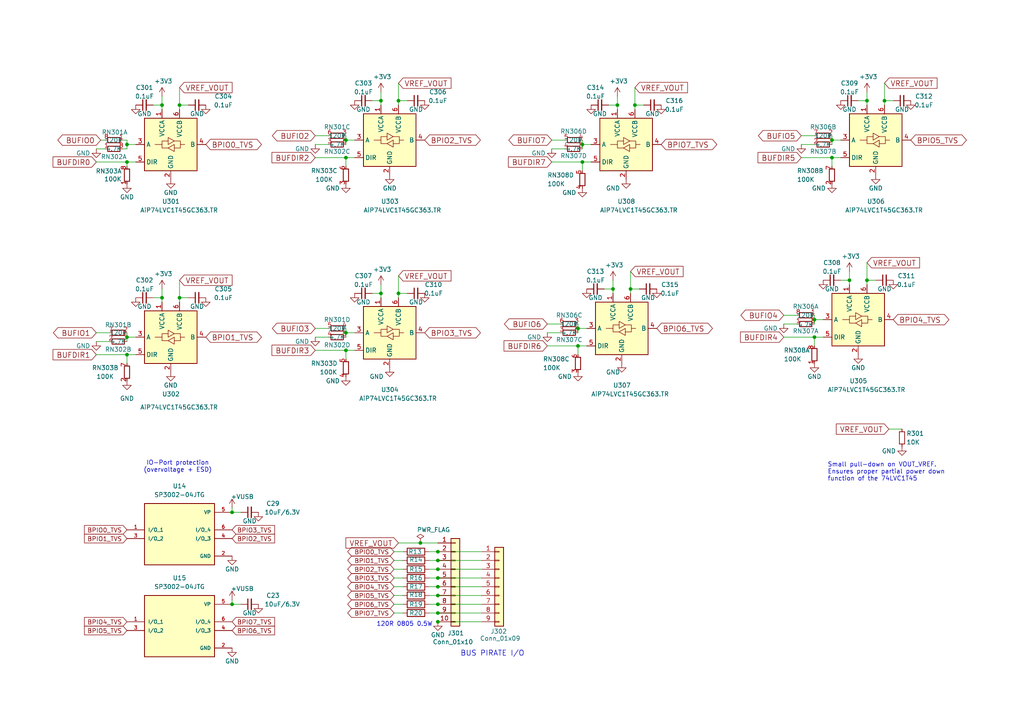
<source format=kicad_sch>
(kicad_sch (version 20231120) (generator "eeschema") (generator_version "8.0")
  (paper "A4")
  (junction (at 167.64 100.33))
  (junction (at 251.46 81.28))
  (junction (at 100.33 40.64))
  (junction (at 67.31 175.26))
  (junction (at 52.07 30.48))
  (junction (at 115.57 29.21))
  (junction (at 36.83 41.91))
  (junction (at 127 167.64))
  (junction (at 52.07 86.36))
  (junction (at 115.57 85.09))
  (junction (at 246.38 81.28))
  (junction (at 127 172.72))
  (junction (at 46.99 30.48))
  (junction (at 127 177.8))
  (junction (at 36.83 46.99))
  (junction (at 127 160.02))
  (junction (at 100.33 96.52))
  (junction (at 127 162.56))
  (junction (at 168.91 41.91))
  (junction (at 241.3 40.64))
  (junction (at 127 180.34))
  (junction (at 36.83 102.87))
  (junction (at 236.22 97.79))
  (junction (at 179.07 30.48))
  (junction (at 182.88 83.82))
  (junction (at 127 170.18))
  (junction (at 168.91 46.99))
  (junction (at 36.83 97.79))
  (junction (at 110.49 85.09))
  (junction (at 241.3 45.72))
  (junction (at 167.64 95.25))
  (junction (at 110.49 29.21))
  (junction (at 184.15 30.48))
  (junction (at 67.31 148.59))
  (junction (at 121.92 157.48))
  (junction (at 236.22 92.71))
  (junction (at 256.54 29.21))
  (junction (at 100.33 101.6))
  (junction (at 46.99 86.36))
  (junction (at 177.8 83.82))
  (junction (at 251.46 29.21))
  (junction (at 127 175.26))
  (junction (at 127 165.1))
  (junction (at 100.33 45.72))
  (wire (pts (xy 236.22 41.91) (xy 232.41 41.91)))
  (wire (pts (xy 110.49 30.48) (xy 110.49 29.21)))
  (wire (pts (xy 259.08 29.21) (xy 256.54 29.21)))
  (wire (pts (xy 127 177.8) (xy 139.7 177.8)))
  (wire (pts (xy 39.37 97.79) (xy 36.83 97.79)))
  (wire (pts (xy 114.3 177.8) (xy 116.84 177.8)))
  (wire (pts (xy 52.07 81.28) (xy 52.07 86.36)))
  (wire (pts (xy 139.7 160.02) (xy 127 160.02)))
  (wire (pts (xy 36.83 102.87) (xy 27.94 102.87)))
  (wire (pts (xy 241.3 45.72) (xy 241.3 48.26)))
  (wire (pts (xy 176.53 30.48) (xy 179.07 30.48)))
  (wire (pts (xy 36.83 99.06) (xy 36.83 97.79)))
  (wire (pts (xy 170.18 100.33) (xy 167.64 100.33)))
  (wire (pts (xy 236.22 92.71) (xy 236.22 91.44)))
  (wire (pts (xy 163.83 40.64) (xy 160.02 40.64)))
  (wire (pts (xy 124.46 170.18) (xy 127 170.18)))
  (wire (pts (xy 162.56 96.52) (xy 158.75 96.52)))
  (wire (pts (xy 100.33 45.72) (xy 100.33 48.26)))
  (wire (pts (xy 100.33 45.72) (xy 91.44 45.72)))
  (wire (pts (xy 238.76 97.79) (xy 236.22 97.79)))
  (wire (pts (xy 127 172.72) (xy 139.7 172.72)))
  (wire (pts (xy 69.85 175.26) (xy 67.31 175.26)))
  (wire (pts (xy 52.07 31.75) (xy 52.07 30.48)))
  (wire (pts (xy 243.84 81.28) (xy 246.38 81.28)))
  (wire (pts (xy 168.91 46.99) (xy 168.91 49.53)))
  (wire (pts (xy 110.49 29.21) (xy 110.49 26.67)))
  (wire (pts (xy 167.64 100.33) (xy 167.64 102.87)))
  (wire (pts (xy 54.61 30.48) (xy 52.07 30.48)))
  (wire (pts (xy 177.8 83.82) (xy 177.8 81.28)))
  (wire (pts (xy 46.99 31.75) (xy 46.99 30.48)))
  (wire (pts (xy 95.25 95.25) (xy 91.44 95.25)))
  (wire (pts (xy 36.83 97.79) (xy 36.83 96.52)))
  (wire (pts (xy 241.3 41.91) (xy 241.3 40.64)))
  (wire (pts (xy 168.91 46.99) (xy 160.02 46.99)))
  (wire (pts (xy 236.22 39.37) (xy 232.41 39.37)))
  (wire (pts (xy 118.11 85.09) (xy 115.57 85.09)))
  (wire (pts (xy 236.22 93.98) (xy 236.22 92.71)))
  (wire (pts (xy 171.45 46.99) (xy 168.91 46.99)))
  (wire (pts (xy 170.18 95.25) (xy 167.64 95.25)))
  (wire (pts (xy 124.46 167.64) (xy 127 167.64)))
  (wire (pts (xy 36.83 48.26) (xy 36.83 46.99)))
  (wire (pts (xy 114.3 175.26) (xy 116.84 175.26)))
  (wire (pts (xy 115.57 86.36) (xy 115.57 85.09)))
  (wire (pts (xy 175.26 83.82) (xy 177.8 83.82)))
  (wire (pts (xy 114.3 172.72) (xy 116.84 172.72)))
  (wire (pts (xy 114.3 170.18) (xy 116.84 170.18)))
  (wire (pts (xy 231.14 91.44) (xy 227.33 91.44)))
  (wire (pts (xy 67.31 147.32) (xy 67.31 148.59)))
  (wire (pts (xy 54.61 86.36) (xy 52.07 86.36)))
  (wire (pts (xy 115.57 30.48) (xy 115.57 29.21)))
  (wire (pts (xy 246.38 81.28) (xy 246.38 78.74)))
  (wire (pts (xy 115.57 80.01) (xy 115.57 85.09)))
  (wire (pts (xy 124.46 177.8) (xy 127 177.8)))
  (wire (pts (xy 179.07 30.48) (xy 179.07 27.94)))
  (wire (pts (xy 44.45 30.48) (xy 46.99 30.48)))
  (wire (pts (xy 162.56 93.98) (xy 158.75 93.98)))
  (wire (pts (xy 36.83 43.18) (xy 35.56 43.18)))
  (wire (pts (xy 243.84 40.64) (xy 241.3 40.64)))
  (wire (pts (xy 124.46 172.72) (xy 127 172.72)))
  (wire (pts (xy 100.33 101.6) (xy 91.44 101.6)))
  (wire (pts (xy 31.75 96.52) (xy 27.94 96.52)))
  (wire (pts (xy 243.84 45.72) (xy 241.3 45.72)))
  (wire (pts (xy 257.81 124.46) (xy 261.62 124.46)))
  (wire (pts (xy 102.87 40.64) (xy 100.33 40.64)))
  (wire (pts (xy 46.99 87.63) (xy 46.99 86.36)))
  (wire (pts (xy 39.37 102.87) (xy 36.83 102.87)))
  (wire (pts (xy 177.8 85.09) (xy 177.8 83.82)))
  (wire (pts (xy 118.11 29.21) (xy 115.57 29.21)))
  (wire (pts (xy 67.31 173.99) (xy 67.31 175.26)))
  (wire (pts (xy 95.25 39.37) (xy 91.44 39.37)))
  (wire (pts (xy 110.49 86.36) (xy 110.49 85.09)))
  (wire (pts (xy 171.45 41.91) (xy 168.91 41.91)))
  (wire (pts (xy 179.07 31.75) (xy 179.07 30.48)))
  (wire (pts (xy 115.57 24.13) (xy 115.57 29.21)))
  (wire (pts (xy 115.57 157.48) (xy 121.92 157.48)))
  (wire (pts (xy 231.14 93.98) (xy 227.33 93.98)))
  (wire (pts (xy 27.94 46.99) (xy 36.83 46.99)))
  (wire (pts (xy 30.48 40.64) (xy 29.21 40.64)))
  (wire (pts (xy 95.25 97.79) (xy 91.44 97.79)))
  (wire (pts (xy 114.3 167.64) (xy 116.84 167.64)))
  (wire (pts (xy 127 180.34) (xy 139.7 180.34)))
  (wire (pts (xy 168.91 41.91) (xy 168.91 40.64)))
  (wire (pts (xy 241.3 45.72) (xy 232.41 45.72)))
  (wire (pts (xy 124.46 160.02) (xy 127 160.02)))
  (wire (pts (xy 251.46 30.48) (xy 251.46 29.21)))
  (wire (pts (xy 114.3 162.56) (xy 116.84 162.56)))
  (wire (pts (xy 107.95 85.09) (xy 110.49 85.09)))
  (wire (pts (xy 100.33 41.91) (xy 100.33 40.64)))
  (wire (pts (xy 36.83 40.64) (xy 35.56 40.64)))
  (wire (pts (xy 102.87 45.72) (xy 100.33 45.72)))
  (wire (pts (xy 163.83 43.18) (xy 160.02 43.18)))
  (wire (pts (xy 127 167.64) (xy 139.7 167.64)))
  (wire (pts (xy 27.94 43.18) (xy 30.48 43.18)))
  (wire (pts (xy 100.33 40.64) (xy 100.33 39.37)))
  (wire (pts (xy 238.76 92.71) (xy 236.22 92.71)))
  (wire (pts (xy 254 81.28) (xy 251.46 81.28)))
  (wire (pts (xy 251.46 29.21) (xy 251.46 26.67)))
  (wire (pts (xy 114.3 165.1) (xy 116.84 165.1)))
  (wire (pts (xy 127 165.1) (xy 139.7 165.1)))
  (wire (pts (xy 124.46 165.1) (xy 127 165.1)))
  (wire (pts (xy 100.33 96.52) (xy 100.33 95.25)))
  (wire (pts (xy 31.75 99.06) (xy 27.94 99.06)))
  (wire (pts (xy 167.64 96.52) (xy 167.64 95.25)))
  (wire (pts (xy 168.91 43.18) (xy 168.91 41.91)))
  (wire (pts (xy 52.07 87.63) (xy 52.07 86.36)))
  (wire (pts (xy 256.54 24.13) (xy 256.54 29.21)))
  (wire (pts (xy 182.88 78.74) (xy 182.88 83.82)))
  (wire (pts (xy 185.42 83.82) (xy 182.88 83.82)))
  (wire (pts (xy 52.07 25.4) (xy 52.07 30.48)))
  (wire (pts (xy 167.64 100.33) (xy 158.75 100.33)))
  (wire (pts (xy 46.99 86.36) (xy 46.99 83.82)))
  (wire (pts (xy 36.83 102.87) (xy 36.83 105.41)))
  (wire (pts (xy 246.38 82.55) (xy 246.38 81.28)))
  (wire (pts (xy 236.22 97.79) (xy 227.33 97.79)))
  (wire (pts (xy 36.83 43.18) (xy 36.83 41.91)))
  (wire (pts (xy 236.22 97.79) (xy 236.22 100.33)))
  (wire (pts (xy 46.99 30.48) (xy 46.99 27.94)))
  (wire (pts (xy 124.46 162.56) (xy 127 162.56)))
  (wire (pts (xy 100.33 101.6) (xy 100.33 104.14)))
  (wire (pts (xy 251.46 76.2) (xy 251.46 81.28)))
  (wire (pts (xy 95.25 41.91) (xy 91.44 41.91)))
  (wire (pts (xy 102.87 96.52) (xy 100.33 96.52)))
  (wire (pts (xy 241.3 40.64) (xy 241.3 39.37)))
  (wire (pts (xy 36.83 41.91) (xy 36.83 40.64)))
  (wire (pts (xy 121.92 157.48) (xy 127 157.48)))
  (wire (pts (xy 44.45 86.36) (xy 46.99 86.36)))
  (wire (pts (xy 100.33 97.79) (xy 100.33 96.52)))
  (wire (pts (xy 114.3 160.02) (xy 116.84 160.02)))
  (wire (pts (xy 167.64 95.25) (xy 167.64 93.98)))
  (wire (pts (xy 127 170.18) (xy 139.7 170.18)))
  (wire (pts (xy 186.69 30.48) (xy 184.15 30.48)))
  (wire (pts (xy 184.15 25.4) (xy 184.15 30.48)))
  (wire (pts (xy 124.46 175.26) (xy 127 175.26)))
  (wire (pts (xy 127 175.26) (xy 139.7 175.26)))
  (wire (pts (xy 127 162.56) (xy 139.7 162.56)))
  (wire (pts (xy 107.95 29.21) (xy 110.49 29.21)))
  (wire (pts (xy 248.92 29.21) (xy 251.46 29.21)))
  (wire (pts (xy 69.85 148.59) (xy 67.31 148.59)))
  (wire (pts (xy 184.15 31.75) (xy 184.15 30.48)))
  (wire (pts (xy 102.87 101.6) (xy 100.33 101.6)))
  (wire (pts (xy 256.54 30.48) (xy 256.54 29.21)))
  (wire (pts (xy 36.83 46.99) (xy 39.37 46.99)))
  (wire (pts (xy 182.88 85.09) (xy 182.88 83.82)))
  (wire (pts (xy 39.37 41.91) (xy 36.83 41.91)))
  (wire (pts (xy 251.46 82.55) (xy 251.46 81.28)))
  (wire (pts (xy 110.49 85.09) (xy 110.49 82.55)))
  (text "120R 0805 0.5W" (at 117.348 181.102 0) (effects (font (size 1.27 1.27))))
  (text "Small pull-down on VOUT_VREF.\nEnsures proper partial power down \nfunction of the 74LVC1T45" (at 240.03 139.7 0) (effects (font (size 1.27 1.27)) (justify left bottom)))
  (text "BUS PIRATE I/O" (at 152.146 190.5 0) (effects (font (size 1.524 1.524)) (justify right bottom)))
  (text "IO-Port protection\n(overvoltage + ESD)" (at 51.562 135.382 0) (effects (font (size 1.27 1.27))))
  (global_label "BPIO2_TVS" (shape bidirectional) (at 123.19 40.64 0) (effects (font (size 1.524 1.524))) (property "Intersheetrefs" "${INTERSHEET_REFS}" (effects (hide yes))))
  (global_label "BPIO0_TVS" (shape bidirectional) (at 59.69 41.91 0) (effects (font (size 1.524 1.524))) (property "Intersheetrefs" "${INTERSHEET_REFS}" (effects (hide yes))))
  (global_label "BPIO7_TVS" (shape bidirectional) (at 191.77 41.91 0) (effects (font (size 1.524 1.524))) (property "Intersheetrefs" "${INTERSHEET_REFS}" (effects (hide yes))))
  (global_label "BUFDIR0" (shape input) (at 27.94 46.99 180) (effects (font (size 1.524 1.524))) (property "Intersheetrefs" "${INTERSHEET_REFS}" (effects (hide yes))))
  (global_label "BUFIO5" (shape bidirectional) (at 232.41 39.37 180) (effects (font (size 1.524 1.524))) (property "Intersheetrefs" "${INTERSHEET_REFS}" (effects (hide yes))))
  (global_label "BUFIO3" (shape bidirectional) (at 91.44 95.25 180) (effects (font (size 1.524 1.524))) (property "Intersheetrefs" "${INTERSHEET_REFS}" (effects (hide yes))))
  (global_label "VREF_VOUT" (shape input) (at 115.57 157.48 180) (effects (font (size 1.524 1.524))) (property "Intersheetrefs" "${INTERSHEET_REFS}" (effects (hide yes))))
  (global_label "BUFDIR4" (shape input) (at 227.33 97.79 180) (effects (font (size 1.524 1.524))) (property "Intersheetrefs" "${INTERSHEET_REFS}" (effects (hide yes))))
  (global_label "BUFIO0" (shape bidirectional) (at 29.21 40.64 180) (effects (font (size 1.524 1.524))) (property "Intersheetrefs" "${INTERSHEET_REFS}" (effects (hide yes))))
  (global_label "BPIO7_TVS" (shape input) (at 67.31 180.34 0) (property "Intersheetrefs" "${INTERSHEET_REFS}" (effects (hide yes))))
  (global_label "VREF_VOUT" (shape input) (at 115.57 80.01 0) (effects (font (size 1.524 1.524))) (property "Intersheetrefs" "${INTERSHEET_REFS}" (effects (hide yes))))
  (global_label "BPIO3_TVS" (shape input) (at 67.31 153.67 0) (property "Intersheetrefs" "${INTERSHEET_REFS}" (effects (hide yes))))
  (global_label "BUFIO2" (shape bidirectional) (at 91.44 39.37 180) (effects (font (size 1.524 1.524))) (property "Intersheetrefs" "${INTERSHEET_REFS}" (effects (hide yes))))
  (global_label "BUFDIR3" (shape input) (at 91.44 101.6 180) (effects (font (size 1.524 1.524))) (property "Intersheetrefs" "${INTERSHEET_REFS}" (effects (hide yes))))
  (global_label "BPIO5_TVS" (shape input) (at 36.83 182.88 180) (property "Intersheetrefs" "${INTERSHEET_REFS}" (effects (hide yes))))
  (global_label "BUFIO4" (shape bidirectional) (at 227.33 91.44 180) (effects (font (size 1.524 1.524))) (property "Intersheetrefs" "${INTERSHEET_REFS}" (effects (hide yes))))
  (global_label "BPIO5_TVS" (shape bidirectional) (at 264.16 40.64 0) (effects (font (size 1.524 1.524))) (property "Intersheetrefs" "${INTERSHEET_REFS}" (effects (hide yes))))
  (global_label "BUFDIR2" (shape input) (at 91.44 45.72 180) (effects (font (size 1.524 1.524))) (property "Intersheetrefs" "${INTERSHEET_REFS}" (effects (hide yes))))
  (global_label "BPIO6_TVS" (shape input) (at 67.31 182.88 0) (property "Intersheetrefs" "${INTERSHEET_REFS}" (effects (hide yes))))
  (global_label "BPIO1_TVS" (shape bidirectional) (at 59.69 97.79 0) (effects (font (size 1.524 1.524))) (property "Intersheetrefs" "${INTERSHEET_REFS}" (effects (hide yes))))
  (global_label "BPIO1_TVS" (shape bidirectional) (at 114.3 162.56 180) (property "Intersheetrefs" "${INTERSHEET_REFS}" (effects (hide yes))))
  (global_label "VREF_VOUT" (shape input) (at 52.07 25.4 0) (effects (font (size 1.524 1.524))) (property "Intersheetrefs" "${INTERSHEET_REFS}" (effects (hide yes))))
  (global_label "BPIO4_TVS" (shape input) (at 36.83 180.34 180) (property "Intersheetrefs" "${INTERSHEET_REFS}" (effects (hide yes))))
  (global_label "VREF_VOUT" (shape input) (at 115.57 24.13 0) (effects (font (size 1.524 1.524))) (property "Intersheetrefs" "${INTERSHEET_REFS}" (effects (hide yes))))
  (global_label "BPIO4_TVS" (shape bidirectional) (at 114.3 170.18 180) (property "Intersheetrefs" "${INTERSHEET_REFS}" (effects (hide yes))))
  (global_label "BPIO4_TVS" (shape bidirectional) (at 259.08 92.71 0) (effects (font (size 1.524 1.524))) (property "Intersheetrefs" "${INTERSHEET_REFS}" (effects (hide yes))))
  (global_label "VREF_VOUT" (shape input) (at 257.81 124.46 180) (effects (font (size 1.524 1.524))) (property "Intersheetrefs" "${INTERSHEET_REFS}" (effects (hide yes))))
  (global_label "BPIO6_TVS" (shape bidirectional) (at 114.3 175.26 180) (property "Intersheetrefs" "${INTERSHEET_REFS}" (effects (hide yes))))
  (global_label "VREF_VOUT" (shape input) (at 184.15 25.4 0) (effects (font (size 1.524 1.524))) (property "Intersheetrefs" "${INTERSHEET_REFS}" (effects (hide yes))))
  (global_label "BPIO1_TVS" (shape input) (at 36.83 156.21 180) (property "Intersheetrefs" "${INTERSHEET_REFS}" (effects (hide yes))))
  (global_label "VREF_VOUT" (shape input) (at 182.88 78.74 0) (effects (font (size 1.524 1.524))) (property "Intersheetrefs" "${INTERSHEET_REFS}" (effects (hide yes))))
  (global_label "BPIO6_TVS" (shape bidirectional) (at 190.5 95.25 0) (effects (font (size 1.524 1.524))) (property "Intersheetrefs" "${INTERSHEET_REFS}" (effects (hide yes))))
  (global_label "BPIO3_TVS" (shape bidirectional) (at 123.19 96.52 0) (effects (font (size 1.524 1.524))) (property "Intersheetrefs" "${INTERSHEET_REFS}" (effects (hide yes))))
  (global_label "BUFIO1" (shape bidirectional) (at 27.94 96.52 180) (effects (font (size 1.524 1.524))) (property "Intersheetrefs" "${INTERSHEET_REFS}" (effects (hide yes))))
  (global_label "BUFDIR5" (shape input) (at 232.41 45.72 180) (effects (font (size 1.524 1.524))) (property "Intersheetrefs" "${INTERSHEET_REFS}" (effects (hide yes))))
  (global_label "VREF_VOUT" (shape input) (at 256.54 24.13 0) (effects (font (size 1.524 1.524))) (property "Intersheetrefs" "${INTERSHEET_REFS}" (effects (hide yes))))
  (global_label "BUFIO7" (shape bidirectional) (at 160.02 40.64 180) (effects (font (size 1.524 1.524))) (property "Intersheetrefs" "${INTERSHEET_REFS}" (effects (hide yes))))
  (global_label "VREF_VOUT" (shape input) (at 52.07 81.28 0) (effects (font (size 1.524 1.524))) (property "Intersheetrefs" "${INTERSHEET_REFS}" (effects (hide yes))))
  (global_label "BPIO3_TVS" (shape bidirectional) (at 114.3 167.64 180) (property "Intersheetrefs" "${INTERSHEET_REFS}" (effects (hide yes))))
  (global_label "BUFDIR1" (shape input) (at 27.94 102.87 180) (effects (font (size 1.524 1.524))) (property "Intersheetrefs" "${INTERSHEET_REFS}" (effects (hide yes))))
  (global_label "BUFDIR6" (shape input) (at 158.75 100.33 180) (effects (font (size 1.524 1.524))) (property "Intersheetrefs" "${INTERSHEET_REFS}" (effects (hide yes))))
  (global_label "VREF_VOUT" (shape input) (at 251.46 76.2 0) (effects (font (size 1.524 1.524))) (property "Intersheetrefs" "${INTERSHEET_REFS}" (effects (hide yes))))
  (global_label "BPIO7_TVS" (shape bidirectional) (at 114.3 177.8 180) (property "Intersheetrefs" "${INTERSHEET_REFS}" (effects (hide yes))))
  (global_label "BPIO2_TVS" (shape input) (at 67.31 156.21 0) (property "Intersheetrefs" "${INTERSHEET_REFS}" (effects (hide yes))))
  (global_label "BUFIO6" (shape bidirectional) (at 158.75 93.98 180) (effects (font (size 1.524 1.524))) (property "Intersheetrefs" "${INTERSHEET_REFS}" (effects (hide yes))))
  (global_label "BPIO0_TVS" (shape bidirectional) (at 114.3 160.02 180) (property "Intersheetrefs" "${INTERSHEET_REFS}" (effects (hide yes))))
  (global_label "BPIO2_TVS" (shape bidirectional) (at 114.3 165.1 180) (property "Intersheetrefs" "${INTERSHEET_REFS}" (effects (hide yes))))
  (global_label "BPIO5_TVS" (shape bidirectional) (at 114.3 172.72 180) (property "Intersheetrefs" "${INTERSHEET_REFS}" (effects (hide yes))))
  (global_label "BPIO0_TVS" (shape input) (at 36.83 153.67 180) (property "Intersheetrefs" "${INTERSHEET_REFS}" (effects (hide yes))))
  (global_label "BUFDIR7" (shape input) (at 160.02 46.99 180) (effects (font (size 1.524 1.524))) (property "Intersheetrefs" "${INTERSHEET_REFS}" (effects (hide yes))))
  (symbol (lib_id "power:+3V3") (at 46.99 27.94 0) (unit 1)
    (property "Reference" "#PWR0310" (effects (hide yes)))
    (property "Value" "+3V3" (at 47.371 23.5458 0))
  )
  (symbol (lib_id "Device:C_Small") (at 57.15 30.48 90) (unit 1)
    (property "Reference" "C304" (at 64.77 27.94 90))
    (property "Value" "0.1uF" (at 64.77 30.48 90))
    (property "Footprint" "Capacitor_SMD:C_0402_1005Metric" (effects (hide yes)))
    (property "RMB" "0.00628" (effects (hide yes)))
    (property "Supplier" "https://item.szlcsc.com/1877.html" (effects (hide yes)))
    (property "szlcsc_partnumber" "C1525" (effects (hide yes)))
    (property "szlcsc_url" "https://item.szlcsc.com/1877.html?fromZone=s_s__%25220.1uF%25200402%2522&spm=sc.gb.xh2.zy.n&lcsc_vid=RlENUlJWE1QKBlBWRAVaUFNTT1leBQZXRFNcVAVQQVAxVlNSRFRfXlBUQ1ZeVzsOAxUeFF5JWAgaAglIBBsCBBcFWQIBCks%3D" (effects (hide yes)))
  )
  (symbol (lib_id "power:GND") (at 39.37 30.48 0) (unit 1)
    (property "Reference" "#PWR0307" (effects (hide yes)))
    (property "Value" "GND" (at 41.91 33.02 0))
  )
  (symbol (lib_id "power:GND") (at 59.69 30.48 0) (unit 1)
    (property "Reference" "#PWR0316" (effects (hide yes)))
    (property "Value" "GND" (at 57.15 33.02 0))
  )
  (symbol (lib_id "power:GND") (at 49.53 52.07 0) (unit 1)
    (property "Reference" "#PWR0313" (effects (hide yes)))
    (property "Value" "GND" (at 49.53 55.88 0))
  )
  (symbol (lib_id "power:GND") (at 27.94 43.18 0) (unit 1)
    (property "Reference" "#PWR0301" (effects (hide yes)))
    (property "Value" "GND" (at 24.13 44.45 0))
  )
  (symbol (lib_id "power:GND") (at 36.83 53.34 0) (unit 1)
    (property "Reference" "#PWR0304" (effects (hide yes)))
    (property "Value" "GND" (at 36.83 57.15 0))
  )
  (symbol (lib_id "Device:C_Small") (at 41.91 86.36 90) (unit 1)
    (property "Reference" "C302" (at 41.91 81.28 90))
    (property "Value" "0.1uF" (at 41.91 83.82 90))
    (property "Footprint" "Capacitor_SMD:C_0402_1005Metric" (effects (hide yes)))
    (property "RMB" "0.00628" (effects (hide yes)))
    (property "Supplier" "https://item.szlcsc.com/1877.html" (effects (hide yes)))
    (property "szlcsc_partnumber" "C1525" (effects (hide yes)))
    (property "szlcsc_url" "https://item.szlcsc.com/1877.html?fromZone=s_s__%25220.1uF%25200402%2522&spm=sc.gb.xh2.zy.n&lcsc_vid=RlENUlJWE1QKBlBWRAVaUFNTT1leBQZXRFNcVAVQQVAxVlNSRFRfXlBUQ1ZeVzsOAxUeFF5JWAgaAglIBBsCBBcFWQIBCks%3D" (effects (hide yes)))
  )
  (symbol (lib_id "Logic_LevelTranslator:SN74LVC1T45DCK") (at 49.53 97.79 0) (unit 1)
    (property "Reference" "U302" (at 46.99 114.3 0) (effects (justify left)))
    (property "Value" "AiP74LVC1T45GC363.TR" (at 40.64 118.11 0) (effects (justify left)))
    (property "Footprint" "Package_TO_SOT_SMD:SOT-363_SC-70-6" (effects (hide yes)))
    (property "Datasheet" "http://www.ti.com/lit/ds/symlink/sn74lvc1t45.pdf" (effects (hide yes)))
    (property "RMB" "1.33" (effects (hide yes)))
    (property "Supplier" "https://item.szlcsc.com/9911.html" (effects (hide yes)))
    (property "szlcsc_partnumber" "C5162250" (effects (hide yes)))
    (property "szlcsc_url" "https://item.szlcsc.com/5810901.html?fromZone=s_s__%2522AiP74LVC1T45GC363.TR%2522&spm=sc.gb.xh1.zy.n___sc.gb.hd.ss&lcsc_vid=RlENUlJWE1QKBlBWRAVaUFNTT1leBQZXRFNcVAVQQVAxVlNSRFRcV1ZTQFNZVDsOAxUeFF5JWAgaAglIBBsCBBcFWQIBCks%3D" (effects (hide yes)))
  )
  (symbol (lib_id "power:+3V3") (at 46.99 83.82 0) (unit 1)
    (property "Reference" "#PWR0311" (effects (hide yes)))
    (property "Value" "+3V3" (at 47.371 79.4258 0))
  )
  (symbol (lib_id "Device:C_Small") (at 57.15 86.36 90) (unit 1)
    (property "Reference" "C305" (at 64.77 83.82 90))
    (property "Value" "0.1uF" (at 64.77 86.36 90))
    (property "Footprint" "Capacitor_SMD:C_0402_1005Metric" (effects (hide yes)))
    (property "RMB" "0.00628" (effects (hide yes)))
    (property "Supplier" "https://item.szlcsc.com/1877.html" (effects (hide yes)))
    (property "szlcsc_partnumber" "C1525" (effects (hide yes)))
    (property "szlcsc_url" "https://item.szlcsc.com/1877.html?fromZone=s_s__%25220.1uF%25200402%2522&spm=sc.gb.xh2.zy.n&lcsc_vid=RlENUlJWE1QKBlBWRAVaUFNTT1leBQZXRFNcVAVQQVAxVlNSRFRfXlBUQ1ZeVzsOAxUeFF5JWAgaAglIBBsCBBcFWQIBCks%3D" (effects (hide yes)))
  )
  (symbol (lib_id "power:GND") (at 39.37 86.36 0) (unit 1)
    (property "Reference" "#PWR0308" (effects (hide yes)))
    (property "Value" "GND" (at 41.91 88.9 0))
  )
  (symbol (lib_id "power:GND") (at 59.69 86.36 0) (unit 1)
    (property "Reference" "#PWR0318" (effects (hide yes)))
    (property "Value" "GND" (at 57.15 88.9 0))
  )
  (symbol (lib_id "power:GND") (at 49.53 107.95 0) (unit 1)
    (property "Reference" "#PWR0314" (effects (hide yes)))
    (property "Value" "GND" (at 49.53 111.76 0))
  )
  (symbol (lib_id "power:GND") (at 27.94 99.06 0) (unit 1)
    (property "Reference" "#PWR0302" (effects (hide yes)))
    (property "Value" "GND" (at 24.13 100.33 0))
  )
  (symbol (lib_id "power:GND") (at 36.83 110.49 0) (unit 1)
    (property "Reference" "#PWR0305" (effects (hide yes)))
    (property "Value" "GND" (at 36.83 115.57 0))
  )
  (symbol (lib_id "Device:C_Small") (at 105.41 29.21 90) (unit 1)
    (property "Reference" "C303" (at 105.41 24.13 90))
    (property "Value" "0.1uF" (at 105.41 26.67 90))
    (property "Footprint" "Capacitor_SMD:C_0402_1005Metric" (effects (hide yes)))
    (property "RMB" "0.00628" (effects (hide yes)))
    (property "Supplier" "https://item.szlcsc.com/1877.html" (effects (hide yes)))
    (property "szlcsc_partnumber" "C1525" (effects (hide yes)))
    (property "szlcsc_url" "https://item.szlcsc.com/1877.html?fromZone=s_s__%25220.1uF%25200402%2522&spm=sc.gb.xh2.zy.n&lcsc_vid=RlENUlJWE1QKBlBWRAVaUFNTT1leBQZXRFNcVAVQQVAxVlNSRFRfXlBUQ1ZeVzsOAxUeFF5JWAgaAglIBBsCBBcFWQIBCks%3D" (effects (hide yes)))
  )
  (symbol (lib_id "Logic_LevelTranslator:SN74LVC1T45DCK") (at 113.03 40.64 0) (unit 1)
    (property "Reference" "U303" (at 110.49 58.42 0) (effects (justify left)))
    (property "Value" "AiP74LVC1T45GC363.TR" (at 105.41 60.96 0) (effects (justify left)))
    (property "Footprint" "Package_TO_SOT_SMD:SOT-363_SC-70-6" (effects (hide yes)))
    (property "Datasheet" "http://www.ti.com/lit/ds/symlink/sn74lvc1t45.pdf" (effects (hide yes)))
    (property "RMB" "1.33" (effects (hide yes)))
    (property "Supplier" "https://item.szlcsc.com/9911.html" (effects (hide yes)))
    (property "szlcsc_partnumber" "C5162250" (effects (hide yes)))
    (property "szlcsc_url" "https://item.szlcsc.com/5810901.html?fromZone=s_s__%2522AiP74LVC1T45GC363.TR%2522&spm=sc.gb.xh1.zy.n___sc.gb.hd.ss&lcsc_vid=RlENUlJWE1QKBlBWRAVaUFNTT1leBQZXRFNcVAVQQVAxVlNSRFRcV1ZTQFNZVDsOAxUeFF5JWAgaAglIBBsCBBcFWQIBCks%3D" (effects (hide yes)))
  )
  (symbol (lib_id "power:+3V3") (at 110.49 26.67 0) (unit 1)
    (property "Reference" "#PWR0312" (effects (hide yes)))
    (property "Value" "+3V3" (at 110.871 22.2758 0))
  )
  (symbol (lib_id "Device:C_Small") (at 120.65 29.21 90) (unit 1)
    (property "Reference" "C306" (at 127 26.67 90))
    (property "Value" "0.1uF" (at 127 29.21 90))
    (property "Footprint" "Capacitor_SMD:C_0402_1005Metric" (effects (hide yes)))
    (property "RMB" "0.00628" (effects (hide yes)))
    (property "Supplier" "https://item.szlcsc.com/1877.html" (effects (hide yes)))
    (property "szlcsc_partnumber" "C1525" (effects (hide yes)))
    (property "szlcsc_url" "https://item.szlcsc.com/1877.html?fromZone=s_s__%25220.1uF%25200402%2522&spm=sc.gb.xh2.zy.n&lcsc_vid=RlENUlJWE1QKBlBWRAVaUFNTT1leBQZXRFNcVAVQQVAxVlNSRFRfXlBUQ1ZeVzsOAxUeFF5JWAgaAglIBBsCBBcFWQIBCks%3D" (effects (hide yes)))
  )
  (symbol (lib_id "power:GND") (at 102.87 29.21 0) (unit 1)
    (property "Reference" "#PWR0309" (effects (hide yes)))
    (property "Value" "GND" (at 105.41 31.75 0))
  )
  (symbol (lib_id "power:GND") (at 123.19 29.21 0) (unit 1)
    (property "Reference" "#PWR0320" (effects (hide yes)))
    (property "Value" "GND" (at 120.65 31.75 0))
  )
  (symbol (lib_id "power:GND") (at 113.03 50.8 0) (unit 1)
    (property "Reference" "#PWR0315" (effects (hide yes)))
    (property "Value" "GND" (at 113.03 54.61 0))
  )
  (symbol (lib_id "power:GND") (at 91.44 41.91 0) (unit 1)
    (property "Reference" "#PWR0303" (effects (hide yes)))
    (property "Value" "GND" (at 87.63 43.18 0))
  )
  (symbol (lib_id "power:GND") (at 100.33 53.34 0) (unit 1)
    (property "Reference" "#PWR0306" (effects (hide yes)))
    (property "Value" "GND" (at 96.52 54.61 0))
  )
  (symbol (lib_id "Device:C_Small") (at 105.41 85.09 90) (unit 1)
    (property "Reference" "C307" (at 105.41 80.01 90))
    (property "Value" "0.1uF" (at 105.41 82.55 90))
    (property "Footprint" "Capacitor_SMD:C_0402_1005Metric" (effects (hide yes)))
    (property "RMB" "0.00628" (effects (hide yes)))
    (property "Supplier" "https://item.szlcsc.com/1877.html" (effects (hide yes)))
    (property "szlcsc_partnumber" "C1525" (effects (hide yes)))
    (property "szlcsc_url" "https://item.szlcsc.com/1877.html?fromZone=s_s__%25220.1uF%25200402%2522&spm=sc.gb.xh2.zy.n&lcsc_vid=RlENUlJWE1QKBlBWRAVaUFNTT1leBQZXRFNcVAVQQVAxVlNSRFRfXlBUQ1ZeVzsOAxUeFF5JWAgaAglIBBsCBBcFWQIBCks%3D" (effects (hide yes)))
  )
  (symbol (lib_id "Logic_LevelTranslator:SN74LVC1T45DCK") (at 113.03 96.52 0) (unit 1)
    (property "Reference" "U304" (at 110.49 113.03 0) (effects (justify left)))
    (property "Value" "AiP74LVC1T45GC363.TR" (at 104.14 115.57 0) (effects (justify left)))
    (property "Footprint" "Package_TO_SOT_SMD:SOT-363_SC-70-6" (effects (hide yes)))
    (property "Datasheet" "http://www.ti.com/lit/ds/symlink/sn74lvc1t45.pdf" (effects (hide yes)))
    (property "RMB" "1.33" (effects (hide yes)))
    (property "Supplier" "https://item.szlcsc.com/9911.html" (effects (hide yes)))
    (property "szlcsc_partnumber" "C5162250" (effects (hide yes)))
    (property "szlcsc_url" "https://item.szlcsc.com/5810901.html?fromZone=s_s__%2522AiP74LVC1T45GC363.TR%2522&spm=sc.gb.xh1.zy.n___sc.gb.hd.ss&lcsc_vid=RlENUlJWE1QKBlBWRAVaUFNTT1leBQZXRFNcVAVQQVAxVlNSRFRcV1ZTQFNZVDsOAxUeFF5JWAgaAglIBBsCBBcFWQIBCks%3D" (effects (hide yes)))
  )
  (symbol (lib_id "power:+3V3") (at 110.49 82.55 0) (unit 1)
    (property "Reference" "#PWR0331" (effects (hide yes)))
    (property "Value" "+3V3" (at 110.871 78.1558 0))
  )
  (symbol (lib_id "Device:C_Small") (at 120.65 85.09 90) (unit 1)
    (property "Reference" "C310" (at 125.73 82.55 90))
    (property "Value" "0.1uF" (at 125.73 85.09 90))
    (property "Footprint" "Capacitor_SMD:C_0402_1005Metric" (effects (hide yes)))
    (property "RMB" "0.00628" (effects (hide yes)))
    (property "Supplier" "https://item.szlcsc.com/1877.html" (effects (hide yes)))
    (property "szlcsc_partnumber" "C1525" (effects (hide yes)))
    (property "szlcsc_url" "https://item.szlcsc.com/1877.html?fromZone=s_s__%25220.1uF%25200402%2522&spm=sc.gb.xh2.zy.n&lcsc_vid=RlENUlJWE1QKBlBWRAVaUFNTT1leBQZXRFNcVAVQQVAxVlNSRFRfXlBUQ1ZeVzsOAxUeFF5JWAgaAglIBBsCBBcFWQIBCks%3D" (effects (hide yes)))
  )
  (symbol (lib_id "power:GND") (at 102.87 85.09 0) (unit 1)
    (property "Reference" "#PWR0327" (effects (hide yes)))
    (property "Value" "GND" (at 105.41 87.63 0))
  )
  (symbol (lib_id "power:GND") (at 123.19 85.09 0) (unit 1)
    (property "Reference" "#PWR0337" (effects (hide yes)))
    (property "Value" "GND" (at 120.65 87.63 0))
  )
  (symbol (lib_id "power:GND") (at 113.03 106.68 0) (unit 1)
    (property "Reference" "#PWR0333" (effects (hide yes)))
    (property "Value" "GND" (at 109.22 109.22 0))
  )
  (symbol (lib_id "power:GND") (at 91.44 97.79 0) (unit 1)
    (property "Reference" "#PWR0322" (effects (hide yes)))
    (property "Value" "GND" (at 87.63 99.06 0))
  )
  (symbol (lib_id "power:GND") (at 100.33 109.22 0) (unit 1)
    (property "Reference" "#PWR0325" (effects (hide yes)))
    (property "Value" "GND" (at 96.52 110.49 0))
  )
  (symbol (lib_id "Device:C_Small") (at 241.3 81.28 90) (unit 1)
    (property "Reference" "C308" (at 241.3 76.2 90))
    (property "Value" "0.1uF" (at 241.3 78.74 90))
    (property "Footprint" "Capacitor_SMD:C_0402_1005Metric" (effects (hide yes)))
    (property "RMB" "0.00628" (effects (hide yes)))
    (property "Supplier" "https://item.szlcsc.com/1877.html" (effects (hide yes)))
    (property "szlcsc_partnumber" "C1525" (effects (hide yes)))
    (property "szlcsc_url" "https://item.szlcsc.com/1877.html?fromZone=s_s__%25220.1uF%25200402%2522&spm=sc.gb.xh2.zy.n&lcsc_vid=RlENUlJWE1QKBlBWRAVaUFNTT1leBQZXRFNcVAVQQVAxVlNSRFRfXlBUQ1ZeVzsOAxUeFF5JWAgaAglIBBsCBBcFWQIBCks%3D" (effects (hide yes)))
  )
  (symbol (lib_id "Logic_LevelTranslator:SN74LVC1T45DCK") (at 248.92 92.71 0) (unit 1)
    (property "Reference" "U305" (at 246.38 110.49 0) (effects (justify left)))
    (property "Value" "AiP74LVC1T45GC363.TR" (at 240.03 113.03 0) (effects (justify left)))
    (property "Footprint" "Package_TO_SOT_SMD:SOT-363_SC-70-6" (effects (hide yes)))
    (property "Datasheet" "http://www.ti.com/lit/ds/symlink/sn74lvc1t45.pdf" (effects (hide yes)))
    (property "RMB" "1.33" (effects (hide yes)))
    (property "Supplier" "https://item.szlcsc.com/9911.html" (effects (hide yes)))
    (property "szlcsc_partnumber" "C5162250" (effects (hide yes)))
    (property "szlcsc_url" "https://item.szlcsc.com/5810901.html?fromZone=s_s__%2522AiP74LVC1T45GC363.TR%2522&spm=sc.gb.xh1.zy.n___sc.gb.hd.ss&lcsc_vid=RlENUlJWE1QKBlBWRAVaUFNTT1leBQZXRFNcVAVQQVAxVlNSRFRcV1ZTQFNZVDsOAxUeFF5JWAgaAglIBBsCBBcFWQIBCks%3D" (effects (hide yes)))
  )
  (symbol (lib_id "power:+3V3") (at 246.38 78.74 0) (unit 1)
    (property "Reference" "#PWR0332" (effects (hide yes)))
    (property "Value" "+3V3" (at 246.761 74.3458 0))
  )
  (symbol (lib_id "Device:C_Small") (at 256.54 81.28 90) (unit 1)
    (property "Reference" "C311" (at 262.89 80.01 90))
    (property "Value" "0.1uF" (at 262.89 82.55 90))
    (property "Footprint" "Capacitor_SMD:C_0402_1005Metric" (effects (hide yes)))
    (property "RMB" "0.00628" (effects (hide yes)))
    (property "Supplier" "https://item.szlcsc.com/1877.html" (effects (hide yes)))
    (property "szlcsc_partnumber" "C1525" (effects (hide yes)))
    (property "szlcsc_url" "https://item.szlcsc.com/1877.html?fromZone=s_s__%25220.1uF%25200402%2522&spm=sc.gb.xh2.zy.n&lcsc_vid=RlENUlJWE1QKBlBWRAVaUFNTT1leBQZXRFNcVAVQQVAxVlNSRFRfXlBUQ1ZeVzsOAxUeFF5JWAgaAglIBBsCBBcFWQIBCks%3D" (effects (hide yes)))
  )
  (symbol (lib_id "power:GND") (at 238.76 81.28 0) (unit 1)
    (property "Reference" "#PWR0329" (effects (hide yes)))
    (property "Value" "GND" (at 241.3 83.82 0))
  )
  (symbol (lib_id "power:GND") (at 259.08 81.28 0) (unit 1)
    (property "Reference" "#PWR0339" (effects (hide yes)))
    (property "Value" "GND" (at 256.54 83.82 0))
  )
  (symbol (lib_id "power:GND") (at 248.92 102.87 0) (unit 1)
    (property "Reference" "#PWR0335" (effects (hide yes)))
    (property "Value" "GND" (at 248.92 106.68 0))
  )
  (symbol (lib_id "power:GND") (at 227.33 93.98 0) (unit 1)
    (property "Reference" "#PWR0323" (effects (hide yes)))
    (property "Value" "GND" (at 223.52 95.25 0))
  )
  (symbol (lib_id "power:GND") (at 236.22 105.41 0) (unit 1)
    (property "Reference" "#PWR0326" (effects (hide yes)))
    (property "Value" "GND" (at 236.22 109.22 0))
  )
  (symbol (lib_id "Device:C_Small") (at 246.38 29.21 90) (unit 1)
    (property "Reference" "C309" (at 246.38 24.13 90))
    (property "Value" "0.1uF" (at 246.38 26.67 90))
    (property "Footprint" "Capacitor_SMD:C_0402_1005Metric" (effects (hide yes)))
    (property "RMB" "0.00628" (effects (hide yes)))
    (property "Supplier" "https://item.szlcsc.com/1877.html" (effects (hide yes)))
    (property "szlcsc_partnumber" "C1525" (effects (hide yes)))
    (property "szlcsc_url" "https://item.szlcsc.com/1877.html?fromZone=s_s__%25220.1uF%25200402%2522&spm=sc.gb.xh2.zy.n&lcsc_vid=RlENUlJWE1QKBlBWRAVaUFNTT1leBQZXRFNcVAVQQVAxVlNSRFRfXlBUQ1ZeVzsOAxUeFF5JWAgaAglIBBsCBBcFWQIBCks%3D" (effects (hide yes)))
  )
  (symbol (lib_id "Logic_LevelTranslator:SN74LVC1T45DCK") (at 254 40.64 0) (unit 1)
    (property "Reference" "U306" (at 251.46 58.42 0) (effects (justify left)))
    (property "Value" "AiP74LVC1T45GC363.TR" (at 245.11 60.96 0) (effects (justify left)))
    (property "Footprint" "Package_TO_SOT_SMD:SOT-363_SC-70-6" (effects (hide yes)))
    (property "Datasheet" "http://www.ti.com/lit/ds/symlink/sn74lvc1t45.pdf" (effects (hide yes)))
    (property "RMB" "1.33" (effects (hide yes)))
    (property "Supplier" "https://item.szlcsc.com/9911.html" (effects (hide yes)))
    (property "szlcsc_partnumber" "C5162250" (effects (hide yes)))
    (property "szlcsc_url" "https://item.szlcsc.com/5810901.html?fromZone=s_s__%2522AiP74LVC1T45GC363.TR%2522&spm=sc.gb.xh1.zy.n___sc.gb.hd.ss&lcsc_vid=RlENUlJWE1QKBlBWRAVaUFNTT1leBQZXRFNcVAVQQVAxVlNSRFRcV1ZTQFNZVDsOAxUeFF5JWAgaAglIBBsCBBcFWQIBCks%3D" (effects (hide yes)))
  )
  (symbol (lib_id "power:+3V3") (at 251.46 26.67 0) (unit 1)
    (property "Reference" "#PWR0334" (effects (hide yes)))
    (property "Value" "+3V3" (at 251.841 22.2758 0))
  )
  (symbol (lib_id "Device:C_Small") (at 261.62 29.21 90) (unit 1)
    (property "Reference" "C312" (at 267.97 27.94 90))
    (property "Value" "0.1uF" (at 267.97 30.48 90))
    (property "Footprint" "Capacitor_SMD:C_0402_1005Metric" (effects (hide yes)))
    (property "RMB" "0.00628" (effects (hide yes)))
    (property "Supplier" "https://item.szlcsc.com/1877.html" (effects (hide yes)))
    (property "szlcsc_partnumber" "C1525" (effects (hide yes)))
    (property "szlcsc_url" "https://item.szlcsc.com/1877.html?fromZone=s_s__%25220.1uF%25200402%2522&spm=sc.gb.xh2.zy.n&lcsc_vid=RlENUlJWE1QKBlBWRAVaUFNTT1leBQZXRFNcVAVQQVAxVlNSRFRfXlBUQ1ZeVzsOAxUeFF5JWAgaAglIBBsCBBcFWQIBCks%3D" (effects (hide yes)))
  )
  (symbol (lib_id "power:GND") (at 243.84 29.21 0) (unit 1)
    (property "Reference" "#PWR0330" (effects (hide yes)))
    (property "Value" "GND" (at 246.38 31.75 0))
  )
  (symbol (lib_id "power:GND") (at 264.16 29.21 0) (unit 1)
    (property "Reference" "#PWR0341" (effects (hide yes)))
    (property "Value" "GND" (at 261.62 31.75 0))
  )
  (symbol (lib_id "power:GND") (at 254 50.8 0) (unit 1)
    (property "Reference" "#PWR0336" (effects (hide yes)))
    (property "Value" "GND" (at 254 54.61 0))
  )
  (symbol (lib_id "power:GND") (at 232.41 41.91 0) (unit 1)
    (property "Reference" "#PWR0324" (effects (hide yes)))
    (property "Value" "GND" (at 228.6 43.18 0))
  )
  (symbol (lib_id "power:GND") (at 241.3 53.34 0) (unit 1)
    (property "Reference" "#PWR0328" (effects (hide yes)))
    (property "Value" "GND" (at 237.49 54.61 0))
  )
  (symbol (lib_id "Device:C_Small") (at 172.72 83.82 90) (unit 1)
    (property "Reference" "C313" (at 172.72 78.74 90))
    (property "Value" "0.1uF" (at 172.72 81.28 90))
    (property "Footprint" "Capacitor_SMD:C_0402_1005Metric" (effects (hide yes)))
    (property "RMB" "0.00628" (effects (hide yes)))
    (property "Supplier" "https://item.szlcsc.com/1877.html" (effects (hide yes)))
    (property "szlcsc_partnumber" "C1525" (effects (hide yes)))
    (property "szlcsc_url" "https://item.szlcsc.com/1877.html?fromZone=s_s__%25220.1uF%25200402%2522&spm=sc.gb.xh2.zy.n&lcsc_vid=RlENUlJWE1QKBlBWRAVaUFNTT1leBQZXRFNcVAVQQVAxVlNSRFRfXlBUQ1ZeVzsOAxUeFF5JWAgaAglIBBsCBBcFWQIBCks%3D" (effects (hide yes)))
  )
  (symbol (lib_id "Logic_LevelTranslator:SN74LVC1T45DCK") (at 180.34 95.25 0) (unit 1)
    (property "Reference" "U307" (at 177.8 111.76 0) (effects (justify left)))
    (property "Value" "AiP74LVC1T45GC363.TR" (at 171.45 114.3 0) (effects (justify left)))
    (property "Footprint" "Package_TO_SOT_SMD:SOT-363_SC-70-6" (effects (hide yes)))
    (property "Datasheet" "http://www.ti.com/lit/ds/symlink/sn74lvc1t45.pdf" (effects (hide yes)))
    (property "RMB" "1.33" (effects (hide yes)))
    (property "Supplier" "https://item.szlcsc.com/9911.html" (effects (hide yes)))
    (property "szlcsc_partnumber" "C5162250" (effects (hide yes)))
    (property "szlcsc_url" "https://item.szlcsc.com/5810901.html?fromZone=s_s__%2522AiP74LVC1T45GC363.TR%2522&spm=sc.gb.xh1.zy.n___sc.gb.hd.ss&lcsc_vid=RlENUlJWE1QKBlBWRAVaUFNTT1leBQZXRFNcVAVQQVAxVlNSRFRcV1ZTQFNZVDsOAxUeFF5JWAgaAglIBBsCBBcFWQIBCks%3D" (effects (hide yes)))
  )
  (symbol (lib_id "power:+3V3") (at 177.8 81.28 0) (unit 1)
    (property "Reference" "#PWR0349" (effects (hide yes)))
    (property "Value" "+3V3" (at 178.181 76.8858 0))
  )
  (symbol (lib_id "Device:C_Small") (at 187.96 83.82 90) (unit 1)
    (property "Reference" "C315" (at 194.31 82.55 90))
    (property "Value" "0.1uF" (at 194.31 85.09 90))
    (property "Footprint" "Capacitor_SMD:C_0402_1005Metric" (effects (hide yes)))
    (property "RMB" "0.00628" (effects (hide yes)))
    (property "Supplier" "https://item.szlcsc.com/1877.html" (effects (hide yes)))
    (property "szlcsc_partnumber" "C1525" (effects (hide yes)))
    (property "szlcsc_url" "https://item.szlcsc.com/1877.html?fromZone=s_s__%25220.1uF%25200402%2522&spm=sc.gb.xh2.zy.n&lcsc_vid=RlENUlJWE1QKBlBWRAVaUFNTT1leBQZXRFNcVAVQQVAxVlNSRFRfXlBUQ1ZeVzsOAxUeFF5JWAgaAglIBBsCBBcFWQIBCks%3D" (effects (hide yes)))
  )
  (symbol (lib_id "power:GND") (at 170.18 83.82 0) (unit 1)
    (property "Reference" "#PWR0347" (effects (hide yes)))
    (property "Value" "GND" (at 172.72 86.36 0))
  )
  (symbol (lib_id "power:GND") (at 190.5 83.82 0) (unit 1)
    (property "Reference" "#PWR0354" (effects (hide yes)))
    (property "Value" "GND" (at 187.96 86.36 0))
  )
  (symbol (lib_id "power:GND") (at 180.34 105.41 0) (unit 1)
    (property "Reference" "#PWR0351" (effects (hide yes)))
    (property "Value" "GND" (at 177.8 107.95 0))
  )
  (symbol (lib_id "power:GND") (at 158.75 96.52 0) (unit 1)
    (property "Reference" "#PWR0343" (effects (hide yes)))
    (property "Value" "GND" (at 154.94 97.79 0))
  )
  (symbol (lib_id "power:GND") (at 167.64 107.95 0) (unit 1)
    (property "Reference" "#PWR0345" (effects (hide yes)))
    (property "Value" "GND" (at 163.83 109.22 0))
  )
  (symbol (lib_id "Device:C_Small") (at 173.99 30.48 90) (unit 1)
    (property "Reference" "C314" (at 172.72 25.4 90))
    (property "Value" "0.1uF" (at 172.72 27.94 90))
    (property "Footprint" "Capacitor_SMD:C_0402_1005Metric" (effects (hide yes)))
    (property "RMB" "0.00628" (effects (hide yes)))
    (property "Supplier" "https://item.szlcsc.com/1877.html" (effects (hide yes)))
    (property "szlcsc_partnumber" "C1525" (effects (hide yes)))
    (property "szlcsc_url" "https://item.szlcsc.com/1877.html?fromZone=s_s__%25220.1uF%25200402%2522&spm=sc.gb.xh2.zy.n&lcsc_vid=RlENUlJWE1QKBlBWRAVaUFNTT1leBQZXRFNcVAVQQVAxVlNSRFRfXlBUQ1ZeVzsOAxUeFF5JWAgaAglIBBsCBBcFWQIBCks%3D" (effects (hide yes)))
  )
  (symbol (lib_id "Logic_LevelTranslator:SN74LVC1T45DCK") (at 181.61 41.91 0) (unit 1)
    (property "Reference" "U308" (at 179.07 58.42 0) (effects (justify left)))
    (property "Value" "AiP74LVC1T45GC363.TR" (at 173.99 60.96 0) (effects (justify left)))
    (property "Footprint" "Package_TO_SOT_SMD:SOT-363_SC-70-6" (effects (hide yes)))
    (property "Datasheet" "http://www.ti.com/lit/ds/symlink/sn74lvc1t45.pdf" (effects (hide yes)))
    (property "RMB" "1.33" (effects (hide yes)))
    (property "Supplier" "https://item.szlcsc.com/9911.html" (effects (hide yes)))
    (property "szlcsc_partnumber" "C5162250" (effects (hide yes)))
    (property "szlcsc_url" "https://item.szlcsc.com/5810901.html?fromZone=s_s__%2522AiP74LVC1T45GC363.TR%2522&spm=sc.gb.xh1.zy.n___sc.gb.hd.ss&lcsc_vid=RlENUlJWE1QKBlBWRAVaUFNTT1leBQZXRFNcVAVQQVAxVlNSRFRcV1ZTQFNZVDsOAxUeFF5JWAgaAglIBBsCBBcFWQIBCks%3D" (effects (hide yes)))
  )
  (symbol (lib_id "power:+3V3") (at 179.07 27.94 0) (unit 1)
    (property "Reference" "#PWR0350" (effects (hide yes)))
    (property "Value" "+3V3" (at 179.451 23.5458 0))
  )
  (symbol (lib_id "Device:C_Small") (at 189.23 30.48 90) (unit 1)
    (property "Reference" "C316" (at 195.58 29.21 90))
    (property "Value" "0.1uF" (at 195.58 31.75 90))
    (property "Footprint" "Capacitor_SMD:C_0402_1005Metric" (effects (hide yes)))
    (property "RMB" "0.00628" (effects (hide yes)))
    (property "Supplier" "https://item.szlcsc.com/1877.html" (effects (hide yes)))
    (property "szlcsc_partnumber" "C1525" (effects (hide yes)))
    (property "szlcsc_url" "https://item.szlcsc.com/1877.html?fromZone=s_s__%25220.1uF%25200402%2522&spm=sc.gb.xh2.zy.n&lcsc_vid=RlENUlJWE1QKBlBWRAVaUFNTT1leBQZXRFNcVAVQQVAxVlNSRFRfXlBUQ1ZeVzsOAxUeFF5JWAgaAglIBBsCBBcFWQIBCks%3D" (effects (hide yes)))
  )
  (symbol (lib_id "power:GND") (at 171.45 30.48 0) (unit 1)
    (property "Reference" "#PWR0348" (effects (hide yes)))
    (property "Value" "GND" (at 173.99 33.02 0))
  )
  (symbol (lib_id "power:GND") (at 191.77 30.48 0) (unit 1)
    (property "Reference" "#PWR0356" (effects (hide yes)))
    (property "Value" "GND" (at 189.23 33.02 0))
  )
  (symbol (lib_id "power:GND") (at 181.61 52.07 0) (unit 1)
    (property "Reference" "#PWR0352" (effects (hide yes)))
    (property "Value" "GND" (at 177.8 54.61 0))
  )
  (symbol (lib_id "power:GND") (at 160.02 43.18 0) (unit 1)
    (property "Reference" "#PWR0344" (effects (hide yes)))
    (property "Value" "GND" (at 156.21 44.45 0))
  )
  (symbol (lib_id "power:GND") (at 168.91 54.61 0) (unit 1)
    (property "Reference" "#PWR0346" (effects (hide yes)))
    (property "Value" "GND" (at 165.1 55.88 0))
  )
  (symbol (lib_id "Device:C_Small") (at 41.91 30.48 90) (unit 1)
    (property "Reference" "C301" (at 41.91 25.4 90))
    (property "Value" "0.1uF" (at 41.91 27.94 90))
    (property "Footprint" "Capacitor_SMD:C_0402_1005Metric" (effects (hide yes)))
    (property "RMB" "0.00628" (effects (hide yes)))
    (property "Supplier" "https://item.szlcsc.com/1877.html" (effects (hide yes)))
    (property "szlcsc_partnumber" "C1525" (effects (hide yes)))
    (property "szlcsc_url" "https://item.szlcsc.com/1877.html?fromZone=s_s__%25220.1uF%25200402%2522&spm=sc.gb.xh2.zy.n&lcsc_vid=RlENUlJWE1QKBlBWRAVaUFNTT1leBQZXRFNcVAVQQVAxVlNSRFRfXlBUQ1ZeVzsOAxUeFF5JWAgaAglIBBsCBBcFWQIBCks%3D" (effects (hide yes)))
  )
  (symbol (lib_id "Logic_LevelTranslator:SN74LVC1T45DCK") (at 49.53 41.91 0) (unit 1)
    (property "Reference" "U301" (at 46.99 58.42 0) (effects (justify left)))
    (property "Value" "AiP74LVC1T45GC363.TR" (at 40.64 60.96 0) (effects (justify left)))
    (property "Footprint" "Package_TO_SOT_SMD:SOT-363_SC-70-6" (effects (hide yes)))
    (property "Datasheet" "http://www.ti.com/lit/ds/symlink/sn74lvc1t45.pdf" (effects (hide yes)))
    (property "RMB" "1.33" (effects (hide yes)))
    (property "Supplier" "https://item.szlcsc.com/9911.html" (effects (hide yes)))
    (property "szlcsc_partnumber" "C5162250" (effects (hide yes)))
    (property "szlcsc_url" "https://item.szlcsc.com/5810901.html?fromZone=s_s__%2522AiP74LVC1T45GC363.TR%2522&spm=sc.gb.xh1.zy.n___sc.gb.hd.ss&lcsc_vid=RlENUlJWE1QKBlBWRAVaUFNTT1leBQZXRFNcVAVQQVAxVlNSRFRcV1ZTQFNZVDsOAxUeFF5JWAgaAglIBBsCBBcFWQIBCks%3D" (effects (hide yes)))
  )
  (symbol (lib_id "Connector_Generic:Conn_01x10") (at 132.08 167.64 0) (unit 1)
    (property "Reference" "J301" (at 129.794 183.642 0) (effects (justify left)))
    (property "Value" "Conn_01x10" (at 125.476 186.182 0) (effects (justify left)))
    (property "Footprint" "Connector_PinHeader_2.54mm:PinHeader_1x10_P2.54mm_Vertical" (effects (hide yes)))
  )
  (symbol (lib_id "power:GND") (at 127 180.34 0) (unit 1)
    (property "Reference" "#PWR0353" (effects (hide yes)))
    (property "Value" "GND" (at 127 184.15 0))
  )
  (symbol (lib_id "power:PWR_FLAG") (at 121.92 157.48 0) (unit 1)
    (property "Reference" "#FLG0301" (effects (hide yes)))
    (property "Value" "PWR_FLAG" (at 125.73 153.67 0))
  )
  (symbol (lib_id "dp-rarray:R_Array") (at 33.02 40.64 270) (unit 1)
    (property "Reference" "RN301" (at 33.274 38.354 90))
    (property "Value" "120R" (at 33.02 40.64 90))
    (property "Footprint" "Resistor_SMD:R_Array_Convex_4x0402" (effects (hide yes)))
    (property "Datasheet" "http://www.vishay.com/docs/31509/csc.pdf" (effects (hide yes)))
    (property "RMB" "0.033552" (effects (hide yes)))
    (property "Supplier" "https://item.szlcsc.com/26241.html" (effects (hide yes)))
    (property "szlcsc_partnumber" "C270390" (effects (hide yes)))
    (property "szlcsc_url" "https://item.szlcsc.com/259920.html?fromZone=s_s__%2522120R%25200402x4%2522&spm=sc.gb.xh2.zy.n___sc.gb.hd.ss&lcsc_vid=RlENUlJWE1QKBlBWRAVaUFNTT1leBQZXRFNcVAVQQVAxVlNSRFRcV1ZTQFNZVDsOAxUeFF5JWAgaAglIBBsCBBcFWQIBCks%3D" (effects (hide yes)))
  )
  (symbol (lib_id "dp-rarray:R_Array") (at 33.02 43.18 90) (mirror x) (unit 1)
    (property "Reference" "RN302" (at 33.02 45.466 90))
    (property "Value" "4.7K" (at 33.02 43.18 90))
    (property "Footprint" "Resistor_SMD:R_Array_Convex_4x0402" (effects (hide yes)))
    (property "Datasheet" "http://www.vishay.com/docs/31509/csc.pdf" (effects (hide yes)))
    (property "RMB" "0.03666" (effects (hide yes)))
    (property "Supplier" "https://item.szlcsc.com/635571.html" (effects (hide yes)))
    (property "szlcsc_partnumber" "C29586" (effects (hide yes)))
    (property "szlcsc_url" "https://item.szlcsc.com/30340.html?fromZone=s_s__%25224.7K%25200402x4%2522&spm=sc.gb.xh1.zy.n___sc.gb.hd.ss&lcsc_vid=RlENUlJWE1QKBlBWRAVaUFNTT1leBQZXRFNcVAVQQVAxVlNSRFRcV1ZTQFNZVDsOAxUeFF5JWAgaAglIBBsCBBcFWQIBCks%3D" (effects (hide yes)))
  )
  (symbol (lib_id "dp-rarray:R_Array") (at 36.83 50.8 0) (mirror x) (unit 1)
    (property "Reference" "RN303" (at 35.306 49.6316 0) (effects (justify right)))
    (property "Value" "100K" (at 35.306 51.943 0) (effects (justify right)))
    (property "Footprint" "Resistor_SMD:R_Array_Convex_4x0402" (effects (hide yes)))
    (property "Datasheet" "http://www.vishay.com/docs/31509/csc.pdf" (effects (hide yes)))
    (property "RMB" "0.020173" (effects (hide yes)))
    (property "Supplier" "https://item.szlcsc.com/728291.html" (effects (hide yes)))
    (property "szlcsc_partnumber" "C25724" (effects (hide yes)))
    (property "szlcsc_url" "https://item.szlcsc.com/26467.html?fromZone=s_s__%2522100K%25200402x4%2522&spm=sc.gb.xh1.zy.n___sc.gb.hd.ss&lcsc_vid=RlENUlJWE1QKBlBWRAVaUFNTT1leBQZXRFNcVAVQQVAxVlNSRFRcV1ZTQFNZVDsOAxUeFF5JWAgaAglIBBsCBBcFWQIBCks%3D" (effects (hide yes)))
  )
  (symbol (lib_id "dp-rarray:R_Array") (at 34.29 96.52 270) (unit 2)
    (property "Reference" "RN301" (at 34.29 94.234 90))
    (property "Value" "120R" (at 34.29 96.52 90))
    (property "Footprint" "Resistor_SMD:R_Array_Convex_4x0402" (effects (hide yes)))
    (property "Datasheet" "http://www.vishay.com/docs/31509/csc.pdf" (effects (hide yes)))
    (property "RMB" "0.033552" (effects (hide yes)))
    (property "Supplier" "https://item.szlcsc.com/26241.html" (effects (hide yes)))
    (property "szlcsc_partnumber" "C270390" (effects (hide yes)))
    (property "szlcsc_url" "https://item.szlcsc.com/259920.html?fromZone=s_s__%2522120R%25200402x4%2522&spm=sc.gb.xh2.zy.n___sc.gb.hd.ss&lcsc_vid=RlENUlJWE1QKBlBWRAVaUFNTT1leBQZXRFNcVAVQQVAxVlNSRFRcV1ZTQFNZVDsOAxUeFF5JWAgaAglIBBsCBBcFWQIBCks%3D" (effects (hide yes)))
  )
  (symbol (lib_id "dp-rarray:R_Array") (at 34.29 99.06 90) (unit 2)
    (property "Reference" "RN302" (at 34.29 101.346 90))
    (property "Value" "4.7K" (at 34.29 99.06 90))
    (property "Footprint" "Resistor_SMD:R_Array_Convex_4x0402" (effects (hide yes)))
    (property "Datasheet" "http://www.vishay.com/docs/31509/csc.pdf" (effects (hide yes)))
    (property "RMB" "0.03666" (effects (hide yes)))
    (property "Supplier" "https://item.szlcsc.com/635571.html" (effects (hide yes)))
    (property "szlcsc_partnumber" "C29586" (effects (hide yes)))
    (property "szlcsc_url" "https://item.szlcsc.com/30340.html?fromZone=s_s__%25224.7K%25200402x4%2522&spm=sc.gb.xh1.zy.n___sc.gb.hd.ss&lcsc_vid=RlENUlJWE1QKBlBWRAVaUFNTT1leBQZXRFNcVAVQQVAxVlNSRFRcV1ZTQFNZVDsOAxUeFF5JWAgaAglIBBsCBBcFWQIBCks%3D" (effects (hide yes)))
  )
  (symbol (lib_id "dp-rarray:R_Array") (at 36.83 107.95 180) (unit 2)
    (property "Reference" "RN303" (at 26.67 106.68 0) (effects (justify right)))
    (property "Value" "100K" (at 27.94 109.22 0) (effects (justify right)))
    (property "Footprint" "Resistor_SMD:R_Array_Convex_4x0402" (effects (hide yes)))
    (property "Datasheet" "http://www.vishay.com/docs/31509/csc.pdf" (effects (hide yes)))
    (property "RMB" "0.020173" (effects (hide yes)))
    (property "Supplier" "https://item.szlcsc.com/728291.html" (effects (hide yes)))
    (property "szlcsc_partnumber" "C25724" (effects (hide yes)))
    (property "szlcsc_url" "https://item.szlcsc.com/26467.html?fromZone=s_s__%2522100K%25200402x4%2522&spm=sc.gb.xh1.zy.n___sc.gb.hd.ss&lcsc_vid=RlENUlJWE1QKBlBWRAVaUFNTT1leBQZXRFNcVAVQQVAxVlNSRFRcV1ZTQFNZVDsOAxUeFF5JWAgaAglIBBsCBBcFWQIBCks%3D" (effects (hide yes)))
  )
  (symbol (lib_id "dp-rarray:R_Array") (at 97.79 39.37 270) (unit 3)
    (property "Reference" "RN301" (at 97.79 36.83 90))
    (property "Value" "120R" (at 97.79 39.37 90))
    (property "Footprint" "Resistor_SMD:R_Array_Convex_4x0402" (effects (hide yes)))
    (property "Datasheet" "http://www.vishay.com/docs/31509/csc.pdf" (effects (hide yes)))
    (property "RMB" "0.033552" (effects (hide yes)))
    (property "Supplier" "https://item.szlcsc.com/26241.html" (effects (hide yes)))
    (property "szlcsc_partnumber" "C270390" (effects (hide yes)))
    (property "szlcsc_url" "https://item.szlcsc.com/259920.html?fromZone=s_s__%2522120R%25200402x4%2522&spm=sc.gb.xh2.zy.n___sc.gb.hd.ss&lcsc_vid=RlENUlJWE1QKBlBWRAVaUFNTT1leBQZXRFNcVAVQQVAxVlNSRFRcV1ZTQFNZVDsOAxUeFF5JWAgaAglIBBsCBBcFWQIBCks%3D" (effects (hide yes)))
  )
  (symbol (lib_id "dp-rarray:R_Array") (at 97.79 41.91 90) (unit 3)
    (property "Reference" "RN302" (at 97.79 43.942 90))
    (property "Value" "4.7K" (at 97.79 41.91 90))
    (property "Footprint" "Resistor_SMD:R_Array_Convex_4x0402" (effects (hide yes)))
    (property "Datasheet" "http://www.vishay.com/docs/31509/csc.pdf" (effects (hide yes)))
    (property "RMB" "0.03666" (effects (hide yes)))
    (property "Supplier" "https://item.szlcsc.com/635571.html" (effects (hide yes)))
    (property "szlcsc_partnumber" "C29586" (effects (hide yes)))
    (property "szlcsc_url" "https://item.szlcsc.com/30340.html?fromZone=s_s__%25224.7K%25200402x4%2522&spm=sc.gb.xh1.zy.n___sc.gb.hd.ss&lcsc_vid=RlENUlJWE1QKBlBWRAVaUFNTT1leBQZXRFNcVAVQQVAxVlNSRFRcV1ZTQFNZVDsOAxUeFF5JWAgaAglIBBsCBBcFWQIBCks%3D" (effects (hide yes)))
  )
  (symbol (lib_id "dp-rarray:R_Array") (at 100.33 50.8 180) (unit 3)
    (property "Reference" "RN303" (at 90.17 49.53 0) (effects (justify right)))
    (property "Value" "100K" (at 91.44 52.07 0) (effects (justify right)))
    (property "Footprint" "Resistor_SMD:R_Array_Convex_4x0402" (effects (hide yes)))
    (property "Datasheet" "http://www.vishay.com/docs/31509/csc.pdf" (effects (hide yes)))
    (property "RMB" "0.020173" (effects (hide yes)))
    (property "Supplier" "https://item.szlcsc.com/728291.html" (effects (hide yes)))
    (property "szlcsc_partnumber" "C25724" (effects (hide yes)))
    (property "szlcsc_url" "https://item.szlcsc.com/26467.html?fromZone=s_s__%2522100K%25200402x4%2522&spm=sc.gb.xh1.zy.n___sc.gb.hd.ss&lcsc_vid=RlENUlJWE1QKBlBWRAVaUFNTT1leBQZXRFNcVAVQQVAxVlNSRFRcV1ZTQFNZVDsOAxUeFF5JWAgaAglIBBsCBBcFWQIBCks%3D" (effects (hide yes)))
  )
  (symbol (lib_id "dp-rarray:R_Array") (at 97.79 95.25 270) (unit 4)
    (property "Reference" "RN301" (at 97.79 92.71 90))
    (property "Value" "120R" (at 97.79 95.25 90))
    (property "Footprint" "Resistor_SMD:R_Array_Convex_4x0402" (effects (hide yes)))
    (property "Datasheet" "http://www.vishay.com/docs/31509/csc.pdf" (effects (hide yes)))
    (property "RMB" "0.033552" (effects (hide yes)))
    (property "Supplier" "https://item.szlcsc.com/26241.html" (effects (hide yes)))
    (property "szlcsc_partnumber" "C270390" (effects (hide yes)))
    (property "szlcsc_url" "https://item.szlcsc.com/259920.html?fromZone=s_s__%2522120R%25200402x4%2522&spm=sc.gb.xh2.zy.n___sc.gb.hd.ss&lcsc_vid=RlENUlJWE1QKBlBWRAVaUFNTT1leBQZXRFNcVAVQQVAxVlNSRFRcV1ZTQFNZVDsOAxUeFF5JWAgaAglIBBsCBBcFWQIBCks%3D" (effects (hide yes)))
  )
  (symbol (lib_id "dp-rarray:R_Array") (at 166.37 40.64 270) (unit 4)
    (property "Reference" "RN306" (at 166.37 38.1 90))
    (property "Value" "120R" (at 166.37 40.64 90))
    (property "Footprint" "Resistor_SMD:R_Array_Convex_4x0402" (effects (hide yes)))
    (property "Datasheet" "http://www.vishay.com/docs/31509/csc.pdf" (effects (hide yes)))
    (property "RMB" "0.033552" (effects (hide yes)))
    (property "Supplier" "https://item.szlcsc.com/26241.html" (effects (hide yes)))
    (property "szlcsc_partnumber" "C270390" (effects (hide yes)))
    (property "szlcsc_url" "https://item.szlcsc.com/259920.html?fromZone=s_s__%2522120R%25200402x4%2522&spm=sc.gb.xh2.zy.n___sc.gb.hd.ss&lcsc_vid=RlENUlJWE1QKBlBWRAVaUFNTT1leBQZXRFNcVAVQQVAxVlNSRFRcV1ZTQFNZVDsOAxUeFF5JWAgaAglIBBsCBBcFWQIBCks%3D" (effects (hide yes)))
  )
  (symbol (lib_id "dp-rarray:R_Array") (at 97.79 97.79 90) (unit 4)
    (property "Reference" "RN302" (at 97.79 100.076 90))
    (property "Value" "4.7K" (at 97.79 97.79 90))
    (property "Footprint" "Resistor_SMD:R_Array_Convex_4x0402" (effects (hide yes)))
    (property "Datasheet" "http://www.vishay.com/docs/31509/csc.pdf" (effects (hide yes)))
    (property "RMB" "0.03666" (effects (hide yes)))
    (property "Supplier" "https://item.szlcsc.com/635571.html" (effects (hide yes)))
    (property "szlcsc_partnumber" "C29586" (effects (hide yes)))
    (property "szlcsc_url" "https://item.szlcsc.com/30340.html?fromZone=s_s__%25224.7K%25200402x4%2522&spm=sc.gb.xh1.zy.n___sc.gb.hd.ss&lcsc_vid=RlENUlJWE1QKBlBWRAVaUFNTT1leBQZXRFNcVAVQQVAxVlNSRFRcV1ZTQFNZVDsOAxUeFF5JWAgaAglIBBsCBBcFWQIBCks%3D" (effects (hide yes)))
  )
  (symbol (lib_id "dp-rarray:R_Array") (at 100.33 106.68 180) (unit 4)
    (property "Reference" "RN303" (at 90.17 105.41 0) (effects (justify right)))
    (property "Value" "100K" (at 92.71 107.95 0) (effects (justify right)))
    (property "Footprint" "Resistor_SMD:R_Array_Convex_4x0402" (effects (hide yes)))
    (property "Datasheet" "http://www.vishay.com/docs/31509/csc.pdf" (effects (hide yes)))
    (property "RMB" "0.020173" (effects (hide yes)))
    (property "Supplier" "https://item.szlcsc.com/728291.html" (effects (hide yes)))
    (property "szlcsc_partnumber" "C25724" (effects (hide yes)))
    (property "szlcsc_url" "https://item.szlcsc.com/26467.html?fromZone=s_s__%2522100K%25200402x4%2522&spm=sc.gb.xh1.zy.n___sc.gb.hd.ss&lcsc_vid=RlENUlJWE1QKBlBWRAVaUFNTT1leBQZXRFNcVAVQQVAxVlNSRFRcV1ZTQFNZVDsOAxUeFF5JWAgaAglIBBsCBBcFWQIBCks%3D" (effects (hide yes)))
  )
  (symbol (lib_id "dp-rarray:R_Array") (at 236.22 102.87 180) (unit 1)
    (property "Reference" "RN308" (at 227.33 101.6 0) (effects (justify right)))
    (property "Value" "100K" (at 227.33 104.14 0) (effects (justify right)))
    (property "Footprint" "Resistor_SMD:R_Array_Convex_4x0402" (effects (hide yes)))
    (property "Datasheet" "http://www.vishay.com/docs/31509/csc.pdf" (effects (hide yes)))
    (property "RMB" "0.020173" (effects (hide yes)))
    (property "Supplier" "https://item.szlcsc.com/728291.html" (effects (hide yes)))
    (property "szlcsc_partnumber" "C25724" (effects (hide yes)))
    (property "szlcsc_url" "https://item.szlcsc.com/26467.html?fromZone=s_s__%2522100K%25200402x4%2522&spm=sc.gb.xh1.zy.n___sc.gb.hd.ss&lcsc_vid=RlENUlJWE1QKBlBWRAVaUFNTT1leBQZXRFNcVAVQQVAxVlNSRFRcV1ZTQFNZVDsOAxUeFF5JWAgaAglIBBsCBBcFWQIBCks%3D" (effects (hide yes)))
  )
  (symbol (lib_id "dp-rarray:R_Array") (at 166.37 43.18 90) (unit 4)
    (property "Reference" "RN307" (at 166.37 45.212 90))
    (property "Value" "4.7K" (at 166.37 43.18 90))
    (property "Footprint" "Resistor_SMD:R_Array_Convex_4x0402" (effects (hide yes)))
    (property "Datasheet" "http://www.vishay.com/docs/31509/csc.pdf" (effects (hide yes)))
    (property "RMB" "0.03666" (effects (hide yes)))
    (property "Supplier" "https://item.szlcsc.com/635571.html" (effects (hide yes)))
    (property "szlcsc_partnumber" "C29586" (effects (hide yes)))
    (property "szlcsc_url" "https://item.szlcsc.com/30340.html?fromZone=s_s__%25224.7K%25200402x4%2522&spm=sc.gb.xh1.zy.n___sc.gb.hd.ss&lcsc_vid=RlENUlJWE1QKBlBWRAVaUFNTT1leBQZXRFNcVAVQQVAxVlNSRFRcV1ZTQFNZVDsOAxUeFF5JWAgaAglIBBsCBBcFWQIBCks%3D" (effects (hide yes)))
  )
  (symbol (lib_id "dp-rarray:R_Array") (at 233.68 91.44 270) (unit 1)
    (property "Reference" "RN306" (at 233.68 88.9 90))
    (property "Value" "120R" (at 233.68 91.44 90))
    (property "Footprint" "Resistor_SMD:R_Array_Convex_4x0402" (effects (hide yes)))
    (property "Datasheet" "http://www.vishay.com/docs/31509/csc.pdf" (effects (hide yes)))
    (property "RMB" "0.033552" (effects (hide yes)))
    (property "Supplier" "https://item.szlcsc.com/26241.html" (effects (hide yes)))
    (property "szlcsc_partnumber" "C270390" (effects (hide yes)))
    (property "szlcsc_url" "https://item.szlcsc.com/259920.html?fromZone=s_s__%2522120R%25200402x4%2522&spm=sc.gb.xh2.zy.n___sc.gb.hd.ss&lcsc_vid=RlENUlJWE1QKBlBWRAVaUFNTT1leBQZXRFNcVAVQQVAxVlNSRFRcV1ZTQFNZVDsOAxUeFF5JWAgaAglIBBsCBBcFWQIBCks%3D" (effects (hide yes)))
  )
  (symbol (lib_id "dp-rarray:R_Array") (at 233.68 93.98 90) (unit 1)
    (property "Reference" "RN307" (at 233.68 96.012 90))
    (property "Value" "4.7K" (at 233.68 94.234 90))
    (property "Footprint" "Resistor_SMD:R_Array_Convex_4x0402" (effects (hide yes)))
    (property "Datasheet" "http://www.vishay.com/docs/31509/csc.pdf" (effects (hide yes)))
    (property "RMB" "0.03666" (effects (hide yes)))
    (property "Supplier" "https://item.szlcsc.com/635571.html" (effects (hide yes)))
    (property "szlcsc_partnumber" "C29586" (effects (hide yes)))
    (property "szlcsc_url" "https://item.szlcsc.com/30340.html?fromZone=s_s__%25224.7K%25200402x4%2522&spm=sc.gb.xh1.zy.n___sc.gb.hd.ss&lcsc_vid=RlENUlJWE1QKBlBWRAVaUFNTT1leBQZXRFNcVAVQQVAxVlNSRFRcV1ZTQFNZVDsOAxUeFF5JWAgaAglIBBsCBBcFWQIBCks%3D" (effects (hide yes)))
  )
  (symbol (lib_id "dp-rarray:R_Array") (at 241.3 50.8 180) (unit 2)
    (property "Reference" "RN308" (at 231.14 49.53 0) (effects (justify right)))
    (property "Value" "100K" (at 231.14 52.07 0) (effects (justify right)))
    (property "Footprint" "Resistor_SMD:R_Array_Convex_4x0402" (effects (hide yes)))
    (property "Datasheet" "http://www.vishay.com/docs/31509/csc.pdf" (effects (hide yes)))
    (property "RMB" "0.020173" (effects (hide yes)))
    (property "Supplier" "https://item.szlcsc.com/728291.html" (effects (hide yes)))
    (property "szlcsc_partnumber" "C25724" (effects (hide yes)))
    (property "szlcsc_url" "https://item.szlcsc.com/26467.html?fromZone=s_s__%2522100K%25200402x4%2522&spm=sc.gb.xh1.zy.n___sc.gb.hd.ss&lcsc_vid=RlENUlJWE1QKBlBWRAVaUFNTT1leBQZXRFNcVAVQQVAxVlNSRFRcV1ZTQFNZVDsOAxUeFF5JWAgaAglIBBsCBBcFWQIBCks%3D" (effects (hide yes)))
  )
  (symbol (lib_id "dp-rarray:R_Array") (at 238.76 39.37 270) (unit 2)
    (property "Reference" "RN306" (at 238.76 36.83 90))
    (property "Value" "120R" (at 238.76 39.37 90))
    (property "Footprint" "Resistor_SMD:R_Array_Convex_4x0402" (effects (hide yes)))
    (property "Datasheet" "http://www.vishay.com/docs/31509/csc.pdf" (effects (hide yes)))
    (property "RMB" "0.033552" (effects (hide yes)))
    (property "Supplier" "https://item.szlcsc.com/26241.html" (effects (hide yes)))
    (property "szlcsc_partnumber" "C270390" (effects (hide yes)))
    (property "szlcsc_url" "https://item.szlcsc.com/259920.html?fromZone=s_s__%2522120R%25200402x4%2522&spm=sc.gb.xh2.zy.n___sc.gb.hd.ss&lcsc_vid=RlENUlJWE1QKBlBWRAVaUFNTT1leBQZXRFNcVAVQQVAxVlNSRFRcV1ZTQFNZVDsOAxUeFF5JWAgaAglIBBsCBBcFWQIBCks%3D" (effects (hide yes)))
  )
  (symbol (lib_id "dp-rarray:R_Array") (at 238.76 41.91 90) (unit 2)
    (property "Reference" "RN307" (at 238.76 43.942 90))
    (property "Value" "4.7K" (at 238.76 41.91 90))
    (property "Footprint" "Resistor_SMD:R_Array_Convex_4x0402" (effects (hide yes)))
    (property "Datasheet" "http://www.vishay.com/docs/31509/csc.pdf" (effects (hide yes)))
    (property "RMB" "0.03666" (effects (hide yes)))
    (property "Supplier" "https://item.szlcsc.com/635571.html" (effects (hide yes)))
    (property "szlcsc_partnumber" "C29586" (effects (hide yes)))
    (property "szlcsc_url" "https://item.szlcsc.com/30340.html?fromZone=s_s__%25224.7K%25200402x4%2522&spm=sc.gb.xh1.zy.n___sc.gb.hd.ss&lcsc_vid=RlENUlJWE1QKBlBWRAVaUFNTT1leBQZXRFNcVAVQQVAxVlNSRFRcV1ZTQFNZVDsOAxUeFF5JWAgaAglIBBsCBBcFWQIBCks%3D" (effects (hide yes)))
  )
  (symbol (lib_id "dp-rarray:R_Array") (at 167.64 105.41 180) (unit 3)
    (property "Reference" "RN308" (at 157.48 104.14 0) (effects (justify right)))
    (property "Value" "100K" (at 157.48 106.68 0) (effects (justify right)))
    (property "Footprint" "Resistor_SMD:R_Array_Convex_4x0402" (effects (hide yes)))
    (property "Datasheet" "http://www.vishay.com/docs/31509/csc.pdf" (effects (hide yes)))
    (property "RMB" "0.020173" (effects (hide yes)))
    (property "Supplier" "https://item.szlcsc.com/728291.html" (effects (hide yes)))
    (property "szlcsc_partnumber" "C25724" (effects (hide yes)))
    (property "szlcsc_url" "https://item.szlcsc.com/26467.html?fromZone=s_s__%2522100K%25200402x4%2522&spm=sc.gb.xh1.zy.n___sc.gb.hd.ss&lcsc_vid=RlENUlJWE1QKBlBWRAVaUFNTT1leBQZXRFNcVAVQQVAxVlNSRFRcV1ZTQFNZVDsOAxUeFF5JWAgaAglIBBsCBBcFWQIBCks%3D" (effects (hide yes)))
  )
  (symbol (lib_id "dp-rarray:R_Array") (at 165.1 93.98 270) (unit 3)
    (property "Reference" "RN306" (at 165.1 91.44 90))
    (property "Value" "120R" (at 165.1 93.98 90))
    (property "Footprint" "Resistor_SMD:R_Array_Convex_4x0402" (effects (hide yes)))
    (property "Datasheet" "http://www.vishay.com/docs/31509/csc.pdf" (effects (hide yes)))
    (property "RMB" "0.033552" (effects (hide yes)))
    (property "Supplier" "https://item.szlcsc.com/26241.html" (effects (hide yes)))
    (property "szlcsc_partnumber" "C270390" (effects (hide yes)))
    (property "szlcsc_url" "https://item.szlcsc.com/259920.html?fromZone=s_s__%2522120R%25200402x4%2522&spm=sc.gb.xh2.zy.n___sc.gb.hd.ss&lcsc_vid=RlENUlJWE1QKBlBWRAVaUFNTT1leBQZXRFNcVAVQQVAxVlNSRFRcV1ZTQFNZVDsOAxUeFF5JWAgaAglIBBsCBBcFWQIBCks%3D" (effects (hide yes)))
  )
  (symbol (lib_id "dp-rarray:R_Array") (at 165.1 96.52 90) (unit 3)
    (property "Reference" "RN307" (at 165.1 98.552 90))
    (property "Value" "4.7K" (at 165.1 96.52 90))
    (property "Footprint" "Resistor_SMD:R_Array_Convex_4x0402" (effects (hide yes)))
    (property "Datasheet" "http://www.vishay.com/docs/31509/csc.pdf" (effects (hide yes)))
    (property "RMB" "0.03666" (effects (hide yes)))
    (property "Supplier" "https://item.szlcsc.com/635571.html" (effects (hide yes)))
    (property "szlcsc_partnumber" "C29586" (effects (hide yes)))
    (property "szlcsc_url" "https://item.szlcsc.com/30340.html?fromZone=s_s__%25224.7K%25200402x4%2522&spm=sc.gb.xh1.zy.n___sc.gb.hd.ss&lcsc_vid=RlENUlJWE1QKBlBWRAVaUFNTT1leBQZXRFNcVAVQQVAxVlNSRFRcV1ZTQFNZVDsOAxUeFF5JWAgaAglIBBsCBBcFWQIBCks%3D" (effects (hide yes)))
  )
  (symbol (lib_id "dp-rarray:R_Array") (at 168.91 52.07 180) (unit 4)
    (property "Reference" "RN308" (at 158.75 50.8 0) (effects (justify right)))
    (property "Value" "100K" (at 158.75 53.34 0) (effects (justify right)))
    (property "Footprint" "Resistor_SMD:R_Array_Convex_4x0402" (effects (hide yes)))
    (property "Datasheet" "http://www.vishay.com/docs/31509/csc.pdf" (effects (hide yes)))
    (property "RMB" "0.020173" (effects (hide yes)))
    (property "Supplier" "https://item.szlcsc.com/728291.html" (effects (hide yes)))
    (property "szlcsc_partnumber" "C25724" (effects (hide yes)))
    (property "szlcsc_url" "https://item.szlcsc.com/26467.html?fromZone=s_s__%2522100K%25200402x4%2522&spm=sc.gb.xh1.zy.n___sc.gb.hd.ss&lcsc_vid=RlENUlJWE1QKBlBWRAVaUFNTT1leBQZXRFNcVAVQQVAxVlNSRFRcV1ZTQFNZVDsOAxUeFF5JWAgaAglIBBsCBBcFWQIBCks%3D" (effects (hide yes)))
  )
  (symbol (lib_id "Connector_Generic:Conn_01x09") (at 144.78 170.18 0) (unit 1)
    (property "Reference" "J302" (at 142.24 183.134 0) (effects (justify left)))
    (property "Value" "Conn_01x09" (at 139.192 185.166 0) (effects (justify left)))
    (property "Footprint" "Connector_JST:JST_SH_SM09B-SRSS-TB_1x09-1MP_P1.00mm_Horizontal" (effects (hide yes)))
  )
  (symbol (lib_id "Device:C_Small") (at 72.39 148.59 90) (unit 1)
    (property "Reference" "C29" (at 77.216 146.05 90) (effects (justify right)))
    (property "Value" "10uF/6.3V" (at 76.708 148.59 90) (effects (justify right)))
    (property "Footprint" "Capacitor_SMD:C_0402_1005Metric" (effects (hide yes)))
    (property "Description" "CL05A106MQ5NUNC" (effects (hide yes)))
    (property "RMB" "0.037726" (effects (hide yes)))
    (property "Supplier" "https://item.szlcsc.com/1877.html" (effects (hide yes)))
    (property "MANUFACTURER" "Samsung" (effects (hide yes)))
    (property "szlcsc_partnumber" "C15525" (effects (hide yes)))
    (property "szlcsc_url" "https://item.szlcsc.com/16204.html?fromZone=s_s__%2522CL05A106MQ5NUNC%2522&spm=sc.gb.xh1.zy.n___sc.gb.hd.ss&lcsc_vid=RlENUlJWE1QKBlBWRAVaUFNTT1leBQZXRFNcVAVQQVAxVlNSRFRfXlxWQ1hXUDsOAxUeFF5JWAgaAglIBBsCBBcFWQIBCks%3D" (effects (hide yes)))
  )
  (symbol (lib_id "Device:R") (at 120.65 175.26 90) (unit 1)
    (property "Reference" "R19" (at 120.65 175.26 90))
    (property "Value" "120R 0.5W" (effects (hide yes)))
    (property "Footprint" "Resistor_SMD:R_0805_2012Metric_Pad1.20x1.40mm_HandSolder" (effects (hide yes)))
    (property "Description" "Resistor, Thick-Film, 0.5W" (effects (hide yes)))
    (property "szlcsc_partnumber" "C966144" (effects (hide yes)))
    (property "szlcsc_url" "https://item.szlcsc.com/1052012.html?fromZone=s_s__%2522120R%25200805%2520500mw%2522&spm=sc.gb.xh3.zy.n___sc.gb.hd.ss&lcsc_vid=RlENUlJWE1QKBlBWRAVaUFNTT1leBQZXRFNcVAVQQVAxVlNSRFRcV1ZTQFNZVDsOAxUeFF5JWAgaAglIBBsCBBcFWQIBCks%3D" (effects (hide yes)))
  )
  (symbol (lib_id "power:GND") (at 67.31 161.29 0) (unit 1)
    (property "Reference" "#PWR0100" (effects (hide yes)))
    (property "Value" "GND" (at 67.31 165.1 0))
  )
  (symbol (lib_id "dp-power:+VUSB") (at 67.31 173.99 0) (unit 1)
    (property "Reference" "#PWR098" (effects (hide yes)))
    (property "Value" "+VUSB" (at 66.929 170.7388 0) (effects (justify left)))
  )
  (symbol (lib_id "Device:R") (at 120.65 160.02 90) (unit 1)
    (property "Reference" "R13" (at 120.396 160.02 90))
    (property "Value" "120R 0.5W" (effects (hide yes)))
    (property "Footprint" "Resistor_SMD:R_0805_2012Metric_Pad1.20x1.40mm_HandSolder" (effects (hide yes)))
    (property "Description" "Resistor, Thick-Film, 0.5W" (effects (hide yes)))
    (property "szlcsc_partnumber" "C966144" (effects (hide yes)))
    (property "szlcsc_url" "https://item.szlcsc.com/1052012.html?fromZone=s_s__%2522120R%25200805%2520500mw%2522&spm=sc.gb.xh3.zy.n___sc.gb.hd.ss&lcsc_vid=RlENUlJWE1QKBlBWRAVaUFNTT1leBQZXRFNcVAVQQVAxVlNSRFRcV1ZTQFNZVDsOAxUeFF5JWAgaAglIBBsCBBcFWQIBCks%3D" (effects (hide yes)))
  )
  (symbol (lib_id "Device:R") (at 120.65 170.18 90) (unit 1)
    (property "Reference" "R17" (at 120.65 170.18 90))
    (property "Value" "120R 0.5W" (effects (hide yes)))
    (property "Footprint" "Resistor_SMD:R_0805_2012Metric_Pad1.20x1.40mm_HandSolder" (effects (hide yes)))
    (property "Description" "Resistor, Thick-Film, 0.5W" (effects (hide yes)))
    (property "szlcsc_partnumber" "C966144" (effects (hide yes)))
    (property "szlcsc_url" "https://item.szlcsc.com/1052012.html?fromZone=s_s__%2522120R%25200805%2520500mw%2522&spm=sc.gb.xh3.zy.n___sc.gb.hd.ss&lcsc_vid=RlENUlJWE1QKBlBWRAVaUFNTT1leBQZXRFNcVAVQQVAxVlNSRFRcV1ZTQFNZVDsOAxUeFF5JWAgaAglIBBsCBBcFWQIBCks%3D" (effects (hide yes)))
  )
  (symbol (lib_id "IP4220CZ6F:IP4220CZ6F") (at 52.07 180.34 0) (unit 1)
    (property "Reference" "U15" (at 52.07 167.64 0))
    (property "Value" "SP3002-04JTG" (at 52.07 170.18 0))
    (property "Footprint" "Package_TO_SOT_SMD:SOT-363_SC-70-6" (effects (hide yes)))
    (property "Datasheet" "https://www.littelfuse.com/assetdocs/tvs-diode-array-spa-sp3002-datasheet?assetguid=c8b2f2f8-79d8-4a9c-8435-7393b0361abe" (effects (hide yes)))
    (property "MANUFACTURER" "Littelfuse" (effects (hide yes)))
    (property "szlcsc_partnumber" "C84558" (effects (hide yes)))
    (property "szlcsc_url" "https://item.szlcsc.com/85728.html?fromZone=s_s__%2522SP3002-04JTG%2522&spm=sc.gb.xh1.zy.n___sc.gb.hd.ss&lcsc_vid=RlENUlJWE1QKBlBWRAVaUFNTT1leBQZXRFNcVAVQQVAxVlNSRVhfXlFQRFVfUzsOAxUeFF5JWAgaAglIBBsCBBcFWQIBCks%3D" (effects (hide yes)))
  )
  (symbol (lib_id "Device:C_Small") (at 72.39 175.26 90) (unit 1)
    (property "Reference" "C23" (at 77.216 172.72 90) (effects (justify right)))
    (property "Value" "10uF/6.3V" (at 76.708 175.26 90) (effects (justify right)))
    (property "Footprint" "Capacitor_SMD:C_0402_1005Metric" (effects (hide yes)))
    (property "Description" "CL05A106MQ5NUNC" (effects (hide yes)))
    (property "RMB" "0.037726" (effects (hide yes)))
    (property "Supplier" "https://item.szlcsc.com/1877.html" (effects (hide yes)))
    (property "MANUFACTURER" "Samsung" (effects (hide yes)))
    (property "szlcsc_partnumber" "C15525" (effects (hide yes)))
    (property "szlcsc_url" "https://item.szlcsc.com/16204.html?fromZone=s_s__%2522CL05A106MQ5NUNC%2522&spm=sc.gb.xh1.zy.n___sc.gb.hd.ss&lcsc_vid=RlENUlJWE1QKBlBWRAVaUFNTT1leBQZXRFNcVAVQQVAxVlNSRFRfXlxWQ1hXUDsOAxUeFF5JWAgaAglIBBsCBBcFWQIBCks%3D" (effects (hide yes)))
  )
  (symbol (lib_id "IP4220CZ6F:IP4220CZ6F") (at 52.07 153.67 0) (unit 1)
    (property "Reference" "U14" (at 52.07 140.97 0))
    (property "Value" "SP3002-04JTG" (at 52.07 143.51 0))
    (property "Footprint" "Package_TO_SOT_SMD:SOT-363_SC-70-6" (effects (hide yes)))
    (property "Datasheet" "https://www.littelfuse.com/assetdocs/tvs-diode-array-spa-sp3002-datasheet?assetguid=c8b2f2f8-79d8-4a9c-8435-7393b0361abe" (effects (hide yes)))
    (property "MANUFACTURER" "Littelfuse" (effects (hide yes)))
    (property "szlcsc_partnumber" "C84558" (effects (hide yes)))
    (property "szlcsc_url" "https://item.szlcsc.com/85728.html?fromZone=s_s__%2522SP3002-04JTG%2522&spm=sc.gb.xh1.zy.n___sc.gb.hd.ss&lcsc_vid=RlENUlJWE1QKBlBWRAVaUFNTT1leBQZXRFNcVAVQQVAxVlNSRVhfXlFQRFVfUzsOAxUeFF5JWAgaAglIBBsCBBcFWQIBCks%3D" (effects (hide yes)))
  )
  (symbol (lib_id "power:GND") (at 261.62 129.54 0) (unit 1)
    (property "Reference" "#PWR016" (effects (hide yes)))
    (property "Value" "GND" (at 257.81 130.81 0))
  )
  (symbol (lib_id "Device:R") (at 120.65 167.64 90) (unit 1)
    (property "Reference" "R16" (at 120.65 167.64 90))
    (property "Value" "120R 0.5W" (effects (hide yes)))
    (property "Footprint" "Resistor_SMD:R_0805_2012Metric_Pad1.20x1.40mm_HandSolder" (effects (hide yes)))
    (property "Description" "Resistor, Thick-Film, 0.5W" (effects (hide yes)))
    (property "szlcsc_partnumber" "C966144" (effects (hide yes)))
    (property "szlcsc_url" "https://item.szlcsc.com/1052012.html?fromZone=s_s__%2522120R%25200805%2520500mw%2522&spm=sc.gb.xh3.zy.n___sc.gb.hd.ss&lcsc_vid=RlENUlJWE1QKBlBWRAVaUFNTT1leBQZXRFNcVAVQQVAxVlNSRFRcV1ZTQFNZVDsOAxUeFF5JWAgaAglIBBsCBBcFWQIBCks%3D" (effects (hide yes)))
  )
  (symbol (lib_id "power:GND") (at 67.31 187.96 0) (unit 1)
    (property "Reference" "#PWR0101" (effects (hide yes)))
    (property "Value" "GND" (at 67.31 191.77 0))
  )
  (symbol (lib_id "Device:R") (at 120.65 162.56 90) (unit 1)
    (property "Reference" "R14" (at 120.65 162.306 90))
    (property "Value" "120R 0.5W" (effects (hide yes)))
    (property "Footprint" "Resistor_SMD:R_0805_2012Metric_Pad1.20x1.40mm_HandSolder" (effects (hide yes)))
    (property "Description" "Resistor, Thick-Film, 0.5W" (effects (hide yes)))
    (property "szlcsc_partnumber" "C966144" (effects (hide yes)))
    (property "szlcsc_url" "https://item.szlcsc.com/1052012.html?fromZone=s_s__%2522120R%25200805%2520500mw%2522&spm=sc.gb.xh3.zy.n___sc.gb.hd.ss&lcsc_vid=RlENUlJWE1QKBlBWRAVaUFNTT1leBQZXRFNcVAVQQVAxVlNSRFRcV1ZTQFNZVDsOAxUeFF5JWAgaAglIBBsCBBcFWQIBCks%3D" (effects (hide yes)))
  )
  (symbol (lib_id "power:GND") (at 74.93 148.59 0) (unit 1)
    (property "Reference" "#PWR015" (effects (hide yes)))
    (property "Value" "GND" (at 72.39 151.13 0))
  )
  (symbol (lib_id "dp-power:+VUSB") (at 67.31 147.32 0) (unit 1)
    (property "Reference" "#PWR099" (effects (hide yes)))
    (property "Value" "+VUSB" (at 66.929 144.0688 0) (effects (justify left)))
  )
  (symbol (lib_id "Device:R") (at 120.65 177.8 90) (unit 1)
    (property "Reference" "R20" (at 120.65 177.8 90))
    (property "Value" "120R 0.5W" (effects (hide yes)))
    (property "Footprint" "Resistor_SMD:R_0805_2012Metric_Pad1.20x1.40mm_HandSolder" (effects (hide yes)))
    (property "Description" "Resistor, Thick-Film, 0.5W" (effects (hide yes)))
    (property "szlcsc_partnumber" "C966144" (effects (hide yes)))
    (property "szlcsc_url" "https://item.szlcsc.com/1052012.html?fromZone=s_s__%2522120R%25200805%2520500mw%2522&spm=sc.gb.xh3.zy.n___sc.gb.hd.ss&lcsc_vid=RlENUlJWE1QKBlBWRAVaUFNTT1leBQZXRFNcVAVQQVAxVlNSRFRcV1ZTQFNZVDsOAxUeFF5JWAgaAglIBBsCBBcFWQIBCks%3D" (effects (hide yes)))
  )
  (symbol (lib_id "Device:R") (at 120.65 165.1 90) (unit 1)
    (property "Reference" "R15" (at 120.65 165.1 90))
    (property "Value" "120R 0.5W" (effects (hide yes)))
    (property "Footprint" "Resistor_SMD:R_0805_2012Metric_Pad1.20x1.40mm_HandSolder" (effects (hide yes)))
    (property "Description" "Resistor, Thick-Film, 0.5W" (effects (hide yes)))
    (property "szlcsc_partnumber" "C966144" (effects (hide yes)))
    (property "szlcsc_url" "https://item.szlcsc.com/1052012.html?fromZone=s_s__%2522120R%25200805%2520500mw%2522&spm=sc.gb.xh3.zy.n___sc.gb.hd.ss&lcsc_vid=RlENUlJWE1QKBlBWRAVaUFNTT1leBQZXRFNcVAVQQVAxVlNSRFRcV1ZTQFNZVDsOAxUeFF5JWAgaAglIBBsCBBcFWQIBCks%3D" (effects (hide yes)))
  )
  (symbol (lib_id "power:GND") (at 74.93 175.26 0) (unit 1)
    (property "Reference" "#PWR090" (effects (hide yes)))
    (property "Value" "GND" (at 72.39 177.8 0))
  )
  (symbol (lib_id "Device:R_Small") (at 261.62 127 0) (unit 1)
    (property "Reference" "R301" (at 262.89 125.73 0) (effects (justify left)))
    (property "Value" "10K" (at 262.89 128.27 0) (effects (justify left)))
    (property "Footprint" "Resistor_SMD:R_0402_1005Metric" (effects (hide yes)))
    (property "RMB" "0.005749" (effects (hide yes)))
    (property "Supplier" "https://item.szlcsc.com/61543.html" (effects (hide yes)))
    (property "szlcsc_partnumber" "C25744" (effects (hide yes)))
    (property "szlcsc_url" "https://item.szlcsc.com/26487.html?fromZone=s_s__%252210K%25200402%2522&spm=sc.gb.xh1.zy.n___sc.gb.hd.ss&lcsc_vid=RlENUlJWE1QKBlBWRAVaUFNTT1leBQZXRFNcVAVQQVAxVlNSRFRcV1ZTQFNZVDsOAxUeFF5JWAgaAglIBBsCBBcFWQIBCks%3D" (effects (hide yes)))
    (instances (project "REV0" (path "" (reference "R301") (unit 1)) (path "" (reference "R404") (unit 1))))
  )
  (symbol (lib_id "Device:R") (at 120.65 172.72 90) (unit 1)
    (property "Reference" "R18" (at 120.65 172.466 90))
    (property "Value" "120R 0.5W" (effects (hide yes)))
    (property "Footprint" "Resistor_SMD:R_0805_2012Metric_Pad1.20x1.40mm_HandSolder" (effects (hide yes)))
    (property "Description" "Resistor, Thick-Film, 0.5W" (effects (hide yes)))
    (property "szlcsc_partnumber" "C966144" (effects (hide yes)))
    (property "szlcsc_url" "https://item.szlcsc.com/1052012.html?fromZone=s_s__%2522120R%25200805%2520500mw%2522&spm=sc.gb.xh3.zy.n___sc.gb.hd.ss&lcsc_vid=RlENUlJWE1QKBlBWRAVaUFNTT1leBQZXRFNcVAVQQVAxVlNSRFRcV1ZTQFNZVDsOAxUeFF5JWAgaAglIBBsCBBcFWQIBCks%3D" (effects (hide yes)))
  )
)
</source>
